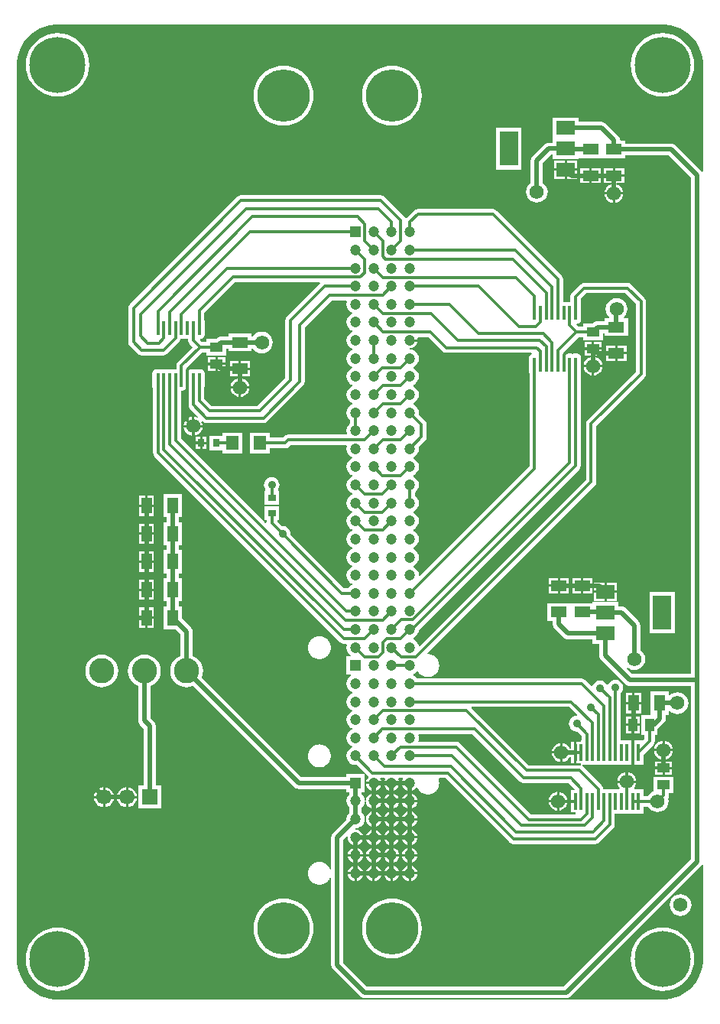
<source format=gtl>
G04 Layer_Physical_Order=1*
G04 Layer_Color=255*
%FSLAX25Y25*%
%MOIN*%
G70*
G01*
G75*
%ADD10R,0.02756X0.03347*%
%ADD11R,0.05512X0.05906*%
%ADD12R,0.06890X0.04528*%
%ADD13R,0.07874X0.14961*%
%ADD14R,0.07874X0.05906*%
G04:AMPARAMS|DCode=15|XSize=61.81mil|YSize=16.14mil|CornerRadius=2.02mil|HoleSize=0mil|Usage=FLASHONLY|Rotation=270.000|XOffset=0mil|YOffset=0mil|HoleType=Round|Shape=RoundedRectangle|*
%AMROUNDEDRECTD15*
21,1,0.06181,0.01211,0,0,270.0*
21,1,0.05778,0.01614,0,0,270.0*
1,1,0.00404,-0.00605,-0.02889*
1,1,0.00404,-0.00605,0.02889*
1,1,0.00404,0.00605,0.02889*
1,1,0.00404,0.00605,-0.02889*
%
%ADD15ROUNDEDRECTD15*%
%ADD16R,0.05512X0.03937*%
%ADD17R,0.03347X0.02756*%
%ADD18R,0.01600X0.07500*%
%ADD19R,0.04528X0.06890*%
%ADD20R,0.03937X0.05512*%
%ADD21C,0.01200*%
%ADD22C,0.01400*%
%ADD23C,0.02000*%
%ADD24C,0.11024*%
%ADD25C,0.06693*%
%ADD26R,0.06693X0.06693*%
%ADD27C,0.04724*%
%ADD28R,0.04724X0.04724*%
%ADD29C,0.06200*%
%ADD30C,0.24410*%
%ADD31C,0.03600*%
%ADD32C,0.22835*%
G36*
X365655Y426793D02*
X367889Y426194D01*
X370026Y425309D01*
X372029Y424152D01*
X373864Y422744D01*
X375500Y421108D01*
X376908Y419273D01*
X378065Y417270D01*
X378950Y415133D01*
X379549Y412899D01*
X379851Y410605D01*
Y409449D01*
Y363038D01*
X379351Y362868D01*
X379054Y363254D01*
X379054Y363254D01*
X367837Y374472D01*
X367294Y374888D01*
X366661Y375150D01*
X365983Y375240D01*
X365983Y375240D01*
X346098D01*
Y376481D01*
X344136D01*
X343675Y376608D01*
X343586Y377286D01*
X343324Y377919D01*
X342907Y378462D01*
X342907Y378462D01*
X337547Y383822D01*
X337004Y384239D01*
X336372Y384501D01*
X335693Y384590D01*
X335693Y384590D01*
X325509D01*
Y386521D01*
X314435D01*
Y377415D01*
Y375535D01*
X312613D01*
X312613Y375535D01*
X311934Y375446D01*
X311301Y375184D01*
X310758Y374767D01*
X310758Y374767D01*
X305546Y369554D01*
X305129Y369011D01*
X304867Y368379D01*
X304778Y367700D01*
X304778Y367700D01*
Y358112D01*
X304048Y357552D01*
X303294Y356570D01*
X302821Y355427D01*
X302659Y354200D01*
X302821Y352973D01*
X303294Y351830D01*
X304048Y350848D01*
X305030Y350095D01*
X306173Y349621D01*
X307400Y349459D01*
X308627Y349621D01*
X309770Y350095D01*
X310752Y350848D01*
X311506Y351830D01*
X311979Y352973D01*
X312141Y354200D01*
X311979Y355427D01*
X311506Y356570D01*
X310752Y357552D01*
X310022Y358112D01*
Y366614D01*
X313699Y370290D01*
X314435D01*
Y368360D01*
X325509D01*
Y368360D01*
X325755Y368754D01*
X335845D01*
Y368754D01*
X336008Y368754D01*
Y368754D01*
X346098D01*
Y369995D01*
X364896D01*
X374578Y360314D01*
Y144022D01*
X348986D01*
X346733Y146276D01*
X347063Y146652D01*
X347530Y146295D01*
X348673Y145821D01*
X349900Y145659D01*
X351127Y145821D01*
X352270Y146295D01*
X353252Y147048D01*
X354006Y148030D01*
X354479Y149173D01*
X354641Y150400D01*
X354479Y151627D01*
X354006Y152770D01*
X353252Y153752D01*
X352522Y154312D01*
Y165200D01*
X352433Y165879D01*
X352171Y166511D01*
X351754Y167054D01*
X351754Y167054D01*
X346206Y172602D01*
X345663Y173019D01*
X345031Y173281D01*
X344352Y173371D01*
X344352Y173371D01*
X342865D01*
Y175301D01*
X331791D01*
Y174907D01*
X322227D01*
Y174907D01*
X322063D01*
Y174907D01*
X311974D01*
Y167180D01*
X314396D01*
Y165582D01*
X314396Y165582D01*
X314485Y164903D01*
X314747Y164270D01*
X315164Y163727D01*
X319053Y159839D01*
X319053Y159839D01*
X319596Y159422D01*
X320228Y159160D01*
X320907Y159071D01*
X331791D01*
Y157140D01*
X334705D01*
Y151972D01*
X334705Y151972D01*
X334794Y151294D01*
X335056Y150661D01*
X335473Y150118D01*
X346046Y139546D01*
X346046Y139546D01*
X346589Y139129D01*
X347221Y138867D01*
X347900Y138777D01*
X347900Y138778D01*
X374578D01*
Y63326D01*
X319074Y7822D01*
X233386D01*
X223022Y18186D01*
Y71676D01*
X224492Y73145D01*
X224965Y72912D01*
X224955Y72835D01*
X225071Y71957D01*
X225410Y71139D01*
X225949Y70437D01*
X226651Y69898D01*
X227469Y69559D01*
X227847Y69509D01*
Y72835D01*
X228346D01*
Y73335D01*
X231672D01*
X231622Y73712D01*
X231283Y74530D01*
X230744Y75233D01*
X230042Y75771D01*
X229224Y76110D01*
X228414Y76217D01*
Y76721D01*
X229381Y76848D01*
X230345Y77248D01*
X231172Y77883D01*
X231807Y78710D01*
X232207Y79674D01*
X232289Y80295D01*
X232334Y80641D01*
X232838D01*
X232945Y79831D01*
X233284Y79013D01*
X233822Y78311D01*
X234525Y77772D01*
X235343Y77433D01*
X235720Y77383D01*
Y80709D01*
Y84034D01*
X235343Y83984D01*
X234525Y83645D01*
X233822Y83107D01*
X233284Y82404D01*
X232945Y81586D01*
X232838Y80777D01*
X232334D01*
X232289Y81122D01*
X232207Y81743D01*
X231807Y82707D01*
X231172Y83534D01*
X230969Y83691D01*
Y85601D01*
X231172Y85757D01*
X231807Y86584D01*
X232207Y87548D01*
X232289Y88169D01*
X232334Y88515D01*
X232838D01*
X232945Y87705D01*
X233284Y86887D01*
X233822Y86185D01*
X234525Y85646D01*
X235343Y85307D01*
X235720Y85257D01*
Y88583D01*
Y91908D01*
X235343Y91858D01*
X234525Y91519D01*
X233822Y90981D01*
X233284Y90278D01*
X232945Y89460D01*
X232838Y88651D01*
X232334D01*
X232289Y88996D01*
X232207Y89617D01*
X231807Y90581D01*
X231172Y91408D01*
X230969Y91565D01*
Y92494D01*
X232309D01*
Y100419D01*
X224384D01*
Y99079D01*
X204630D01*
X161271Y142437D01*
X161327Y142541D01*
X161733Y143881D01*
X161871Y145276D01*
X161733Y146670D01*
X161327Y148010D01*
X160666Y149246D01*
X159777Y150329D01*
X158695Y151217D01*
X157459Y151878D01*
X157347Y151912D01*
Y162385D01*
X157347Y162385D01*
X157257Y163064D01*
X156995Y163697D01*
X156579Y164240D01*
X156579Y164240D01*
X152470Y168349D01*
Y173549D01*
X151228D01*
Y175664D01*
X152470D01*
Y185754D01*
X151228D01*
Y187868D01*
X152470D01*
Y197958D01*
X151228D01*
Y200073D01*
X152470D01*
Y210163D01*
X151228D01*
Y212278D01*
X152470D01*
Y222368D01*
X144742D01*
Y212278D01*
X145983D01*
Y210163D01*
X144742D01*
Y200073D01*
X145983D01*
Y197958D01*
X144742D01*
Y187868D01*
X145983D01*
Y185754D01*
X144742D01*
Y175664D01*
X145983D01*
Y173549D01*
X144742D01*
Y163459D01*
X149942D01*
X152102Y161299D01*
Y151912D01*
X151990Y151878D01*
X150754Y151217D01*
X149671Y150329D01*
X148783Y149246D01*
X148122Y148010D01*
X147715Y146670D01*
X147578Y145276D01*
X147715Y143881D01*
X148122Y142541D01*
X148783Y141305D01*
X149671Y140223D01*
X150754Y139334D01*
X151990Y138673D01*
X153330Y138267D01*
X154724Y138129D01*
X156119Y138267D01*
X157459Y138673D01*
X157563Y138729D01*
X201689Y94602D01*
X201689Y94602D01*
X202232Y94186D01*
X202865Y93924D01*
X203543Y93834D01*
X224384D01*
Y92494D01*
X225724D01*
Y91565D01*
X225521Y91408D01*
X224886Y90581D01*
X224486Y89617D01*
X224350Y88583D01*
X224486Y87548D01*
X224886Y86584D01*
X225521Y85757D01*
X225724Y85601D01*
Y83691D01*
X225521Y83534D01*
X224886Y82707D01*
X224486Y81743D01*
X224350Y80709D01*
X224383Y80454D01*
X218546Y74616D01*
X218129Y74073D01*
X217867Y73441D01*
X217778Y72762D01*
X217778Y72762D01*
Y58934D01*
X217278Y58835D01*
X217099Y59266D01*
X216987Y59433D01*
X216911Y59618D01*
X216587Y60102D01*
X216445Y60244D01*
X216334Y60411D01*
X215923Y60822D01*
X215756Y60934D01*
X215614Y61076D01*
X215130Y61399D01*
X214944Y61476D01*
X214777Y61587D01*
X214240Y61810D01*
X214043Y61849D01*
X213858Y61926D01*
X213287Y62039D01*
X213086Y62039D01*
X212889Y62078D01*
X212308D01*
X212111Y62039D01*
X211910Y62039D01*
X211339Y61926D01*
X211154Y61849D01*
X210957Y61810D01*
X210419Y61587D01*
X210252Y61476D01*
X210067Y61399D01*
X209583Y61076D01*
X209441Y60934D01*
X209274Y60822D01*
X208863Y60411D01*
X208751Y60244D01*
X208609Y60102D01*
X208286Y59618D01*
X208209Y59433D01*
X208098Y59266D01*
X207875Y58728D01*
X207836Y58531D01*
X207759Y58346D01*
X207646Y57775D01*
Y57574D01*
X207607Y57377D01*
Y56796D01*
X207646Y56599D01*
Y56398D01*
X207759Y55827D01*
X207836Y55642D01*
X207875Y55445D01*
X208098Y54908D01*
X208209Y54741D01*
X208286Y54555D01*
X208609Y54071D01*
X208751Y53929D01*
X208863Y53762D01*
X209274Y53351D01*
X209441Y53240D01*
X209583Y53097D01*
X210067Y52774D01*
X210252Y52697D01*
X210419Y52586D01*
X210957Y52363D01*
X211154Y52324D01*
X211339Y52247D01*
X211910Y52134D01*
X212111D01*
X212308Y52095D01*
X212889D01*
X213086Y52134D01*
X213287D01*
X213858Y52247D01*
X214043Y52324D01*
X214240Y52363D01*
X214777Y52586D01*
X214944Y52697D01*
X215130Y52774D01*
X215614Y53097D01*
X215756Y53240D01*
X215923Y53351D01*
X216334Y53762D01*
X216445Y53929D01*
X216587Y54071D01*
X216911Y54555D01*
X216987Y54741D01*
X217099Y54908D01*
X217278Y55339D01*
X217778Y55239D01*
Y17100D01*
X217778Y17100D01*
X217867Y16421D01*
X218129Y15789D01*
X218546Y15246D01*
X230446Y3346D01*
X230446Y3346D01*
X230989Y2929D01*
X231621Y2667D01*
X232300Y2578D01*
X232300Y2578D01*
X320161D01*
X320161Y2578D01*
X320839Y2667D01*
X321472Y2929D01*
X322015Y3346D01*
X379054Y60385D01*
X379054Y60385D01*
X379351Y60771D01*
X379851Y60601D01*
Y19685D01*
Y18528D01*
X379549Y16235D01*
X378950Y14001D01*
X378065Y11864D01*
X376908Y9860D01*
X375500Y8025D01*
X373864Y6390D01*
X372029Y4981D01*
X370026Y3825D01*
X367889Y2940D01*
X365655Y2341D01*
X363361Y2039D01*
X97269D01*
X94975Y2341D01*
X92741Y2940D01*
X90604Y3825D01*
X88601Y4981D01*
X86765Y6390D01*
X85130Y8025D01*
X83722Y9860D01*
X82565Y11864D01*
X81680Y14001D01*
X81081Y16235D01*
X80779Y18528D01*
Y19685D01*
Y409449D01*
Y410605D01*
X81081Y412899D01*
X81680Y415133D01*
X82565Y417270D01*
X83722Y419273D01*
X85130Y421108D01*
X86765Y422744D01*
X88601Y424152D01*
X90604Y425309D01*
X92741Y426194D01*
X94975Y426793D01*
X97269Y427095D01*
X363361D01*
X365655Y426793D01*
D02*
G37*
%LPC*%
G36*
X362205Y423296D02*
X360038Y423126D01*
X357926Y422618D01*
X355918Y421787D01*
X354065Y420652D01*
X352413Y419240D01*
X351002Y417588D01*
X349867Y415735D01*
X349035Y413728D01*
X348528Y411615D01*
X348357Y409449D01*
X348528Y407283D01*
X349035Y405170D01*
X349867Y403162D01*
X351002Y401309D01*
X352413Y399657D01*
X354065Y398246D01*
X355918Y397111D01*
X357926Y396279D01*
X360038Y395772D01*
X362205Y395601D01*
X364371Y395772D01*
X366484Y396279D01*
X368491Y397111D01*
X370344Y398246D01*
X371996Y399657D01*
X373408Y401309D01*
X374543Y403162D01*
X375374Y405170D01*
X375882Y407283D01*
X376052Y409449D01*
X375882Y411615D01*
X375374Y413728D01*
X374543Y415735D01*
X373408Y417588D01*
X371996Y419240D01*
X370344Y420652D01*
X368491Y421787D01*
X366484Y422618D01*
X364371Y423126D01*
X362205Y423296D01*
D02*
G37*
G36*
X98425D02*
X96259Y423126D01*
X94146Y422618D01*
X92139Y421787D01*
X90286Y420652D01*
X88634Y419240D01*
X87222Y417588D01*
X86087Y415735D01*
X85255Y413728D01*
X84748Y411615D01*
X84578Y409449D01*
X84748Y407283D01*
X85255Y405170D01*
X86087Y403162D01*
X87222Y401309D01*
X88634Y399657D01*
X90286Y398246D01*
X92139Y397111D01*
X94146Y396279D01*
X96259Y395772D01*
X98425Y395601D01*
X100591Y395772D01*
X102704Y396279D01*
X104712Y397111D01*
X106564Y398246D01*
X108217Y399657D01*
X109628Y401309D01*
X110763Y403162D01*
X111595Y405170D01*
X112102Y407283D01*
X112273Y409449D01*
X112102Y411615D01*
X111595Y413728D01*
X110763Y415735D01*
X109628Y417588D01*
X108217Y419240D01*
X106564Y420652D01*
X104712Y421787D01*
X102704Y422618D01*
X100591Y423126D01*
X98425Y423296D01*
D02*
G37*
G36*
X244193Y409071D02*
X242150Y408911D01*
X240158Y408432D01*
X238265Y407648D01*
X236518Y406578D01*
X234960Y405247D01*
X233629Y403689D01*
X232558Y401942D01*
X231774Y400049D01*
X231296Y398056D01*
X231135Y396014D01*
X231296Y393971D01*
X231774Y391979D01*
X232558Y390086D01*
X233629Y388339D01*
X234960Y386781D01*
X236518Y385450D01*
X238265Y384379D01*
X240158Y383595D01*
X242150Y383117D01*
X244193Y382956D01*
X246236Y383117D01*
X248228Y383595D01*
X250121Y384379D01*
X251868Y385450D01*
X253426Y386781D01*
X254757Y388339D01*
X255827Y390086D01*
X256611Y391979D01*
X257090Y393971D01*
X257250Y396014D01*
X257090Y398056D01*
X256611Y400049D01*
X255827Y401942D01*
X254757Y403689D01*
X253426Y405247D01*
X251868Y406578D01*
X250121Y407648D01*
X248228Y408432D01*
X246236Y408911D01*
X244193Y409071D01*
D02*
G37*
G36*
X196949D02*
X194906Y408911D01*
X192914Y408432D01*
X191021Y407648D01*
X189274Y406578D01*
X187716Y405247D01*
X186385Y403689D01*
X185314Y401942D01*
X184530Y400049D01*
X184052Y398056D01*
X183891Y396014D01*
X184052Y393971D01*
X184530Y391979D01*
X185314Y390086D01*
X186385Y388339D01*
X187716Y386781D01*
X189274Y385450D01*
X191021Y384379D01*
X192914Y383595D01*
X194906Y383117D01*
X196949Y382956D01*
X198992Y383117D01*
X200984Y383595D01*
X202877Y384379D01*
X204624Y385450D01*
X206182Y386781D01*
X207513Y388339D01*
X208583Y390086D01*
X209367Y391979D01*
X209846Y393971D01*
X210006Y396014D01*
X209846Y398056D01*
X209367Y400049D01*
X208583Y401942D01*
X207513Y403689D01*
X206182Y405247D01*
X204624Y406578D01*
X202877Y407648D01*
X200984Y408432D01*
X198992Y408911D01*
X196949Y409071D01*
D02*
G37*
G36*
X324909Y367810D02*
X320472D01*
Y364357D01*
X324909D01*
Y367810D01*
D02*
G37*
G36*
X319472D02*
X315035D01*
Y364357D01*
X319472D01*
Y367810D01*
D02*
G37*
G36*
X300706Y381993D02*
X289632D01*
Y363832D01*
X300706D01*
Y381993D01*
D02*
G37*
G36*
X335245Y364464D02*
X331300D01*
Y361700D01*
X335245D01*
Y364464D01*
D02*
G37*
G36*
X330300D02*
X326355D01*
Y361700D01*
X330300D01*
Y364464D01*
D02*
G37*
G36*
X345498Y364464D02*
X341553D01*
Y361700D01*
X345498D01*
Y364464D01*
D02*
G37*
G36*
X340553D02*
X336608D01*
Y361700D01*
X340553D01*
Y364464D01*
D02*
G37*
G36*
X324909Y363357D02*
X320472D01*
Y359905D01*
X324909D01*
Y363357D01*
D02*
G37*
G36*
X319472D02*
X315035D01*
Y359905D01*
X319472D01*
Y363357D01*
D02*
G37*
G36*
X335245Y360700D02*
X331300D01*
Y357936D01*
X335245D01*
Y360700D01*
D02*
G37*
G36*
X330300D02*
X326355D01*
Y357936D01*
X330300D01*
Y360700D01*
D02*
G37*
G36*
X345498Y360700D02*
X336608D01*
Y357936D01*
X339916D01*
X339983Y357441D01*
X338985Y357028D01*
X338129Y356371D01*
X337472Y355515D01*
X337058Y354517D01*
X336983Y353947D01*
X345123D01*
X345047Y354517D01*
X344634Y355515D01*
X343977Y356371D01*
X343121Y357028D01*
X342123Y357441D01*
X342190Y357936D01*
X345498D01*
Y360700D01*
D02*
G37*
G36*
X345123Y352947D02*
X341553D01*
Y349377D01*
X342123Y349453D01*
X343121Y349866D01*
X343977Y350523D01*
X344634Y351379D01*
X345047Y352377D01*
X345123Y352947D01*
D02*
G37*
G36*
X340553D02*
X336983D01*
X337058Y352377D01*
X337472Y351379D01*
X338129Y350523D01*
X338985Y349866D01*
X339983Y349453D01*
X340553Y349377D01*
Y352947D01*
D02*
G37*
G36*
X239370Y352637D02*
X178347D01*
X177488Y352466D01*
X176760Y351980D01*
X129910Y305129D01*
X129424Y304402D01*
X129253Y303543D01*
Y288583D01*
X129424Y287724D01*
X129910Y286997D01*
X133453Y283453D01*
X134181Y282967D01*
X135039Y282796D01*
X144488D01*
X145347Y282967D01*
X146074Y283453D01*
X151488Y288867D01*
X151974Y289594D01*
X152062Y290038D01*
X153066D01*
X153740Y290172D01*
X154414Y290038D01*
X155336D01*
Y289370D01*
X155506Y288512D01*
X155993Y287784D01*
X157359Y286417D01*
X150874Y279932D01*
X150388Y279205D01*
X150217Y278346D01*
Y276891D01*
X149296D01*
X148622Y276757D01*
X147948Y276891D01*
X146737D01*
X146063Y276757D01*
X145389Y276891D01*
X144178D01*
X143504Y276757D01*
X142830Y276891D01*
X141619D01*
X140916Y276751D01*
X140320Y276353D01*
X139922Y275757D01*
X139782Y275054D01*
Y269277D01*
X139922Y268574D01*
X139981Y268485D01*
Y240453D01*
X140152Y239594D01*
X140638Y238867D01*
X221642Y157863D01*
X222370Y157377D01*
X223228Y157206D01*
X224309D01*
X224586Y156790D01*
X224486Y156548D01*
X224350Y155514D01*
X224486Y154479D01*
X224886Y153516D01*
X225521Y152688D01*
X226286Y152101D01*
X226269Y151876D01*
X226147Y151601D01*
X224384D01*
Y143677D01*
X226146D01*
X226267Y143408D01*
X226284Y143177D01*
X225521Y142591D01*
X224886Y141763D01*
X224486Y140799D01*
X224350Y139765D01*
X224486Y138730D01*
X224886Y137767D01*
X225521Y136939D01*
X226348Y136304D01*
X226844Y136098D01*
Y135557D01*
X226348Y135352D01*
X225521Y134717D01*
X224886Y133889D01*
X224486Y132925D01*
X224350Y131891D01*
X224486Y130856D01*
X224886Y129893D01*
X225521Y129065D01*
X226348Y128430D01*
X226844Y128224D01*
Y127683D01*
X226348Y127478D01*
X225521Y126843D01*
X224886Y126015D01*
X224486Y125051D01*
X224350Y124017D01*
X224486Y122982D01*
X224886Y122019D01*
X225521Y121191D01*
X226348Y120556D01*
X226844Y120350D01*
Y119809D01*
X226348Y119604D01*
X225521Y118969D01*
X224886Y118141D01*
X224486Y117177D01*
X224350Y116143D01*
X224486Y115108D01*
X224886Y114145D01*
X225521Y113317D01*
X226348Y112682D01*
X226844Y112476D01*
Y111935D01*
X226348Y111730D01*
X225521Y111095D01*
X224886Y110267D01*
X224486Y109303D01*
X224350Y108269D01*
X224486Y107234D01*
X224886Y106271D01*
X225521Y105443D01*
X226348Y104808D01*
X227312Y104409D01*
X228346Y104272D01*
X229075Y104368D01*
X233899Y99544D01*
X233895Y98911D01*
X233822Y98855D01*
X233284Y98152D01*
X232945Y97334D01*
X232895Y96957D01*
X239546D01*
X239496Y97334D01*
X239157Y98152D01*
X239114Y98208D01*
X239335Y98657D01*
X240980D01*
X241201Y98208D01*
X241158Y98152D01*
X240819Y97334D01*
X240769Y96957D01*
X247420D01*
X247370Y97334D01*
X247031Y98152D01*
X246988Y98208D01*
X247209Y98657D01*
X248854D01*
X249075Y98208D01*
X249032Y98152D01*
X248693Y97334D01*
X248643Y96957D01*
X251969D01*
Y96457D01*
X252468D01*
Y93131D01*
X252846Y93181D01*
X253664Y93520D01*
X254366Y94059D01*
X254707Y94503D01*
X255280Y94428D01*
X255342Y94278D01*
X255453Y94111D01*
X255530Y93925D01*
X255854Y93441D01*
X255995Y93300D01*
X256107Y93133D01*
X256518Y92721D01*
X256685Y92610D01*
X256827Y92468D01*
X257311Y92144D01*
X257497Y92068D01*
X257663Y91956D01*
X258201Y91733D01*
X258398Y91694D01*
X258583Y91617D01*
X259154Y91504D01*
X259355D01*
X259552Y91465D01*
X260133D01*
X260330Y91504D01*
X260531D01*
X261102Y91617D01*
X261287Y91694D01*
X261484Y91733D01*
X262021Y91956D01*
X262189Y92068D01*
X262374Y92144D01*
X262858Y92468D01*
X263000Y92610D01*
X263167Y92721D01*
X263578Y93133D01*
X263690Y93300D01*
X263832Y93441D01*
X264155Y93925D01*
X264232Y94111D01*
X264343Y94278D01*
X264566Y94815D01*
X264605Y95012D01*
X264682Y95197D01*
X264795Y95768D01*
X264795Y95969D01*
X264834Y96166D01*
Y96747D01*
X264795Y96944D01*
X264795Y97145D01*
X264682Y97716D01*
X264605Y97901D01*
X264566Y98098D01*
X264542Y98157D01*
X264876Y98657D01*
X267571D01*
X295714Y70514D01*
X296442Y70028D01*
X297300Y69857D01*
X332900D01*
X333758Y70028D01*
X334486Y70514D01*
X340783Y76811D01*
X341270Y77539D01*
X341440Y78397D01*
Y83171D01*
X346597D01*
Y83171D01*
X346797D01*
Y83171D01*
X354097D01*
Y86176D01*
X356005D01*
X356015Y86150D01*
X356769Y85169D01*
X357751Y84415D01*
X358894Y83942D01*
X360121Y83780D01*
X361348Y83942D01*
X362491Y84415D01*
X363473Y85169D01*
X364226Y86150D01*
X364700Y87294D01*
X364861Y88521D01*
X364700Y89748D01*
X364647Y89875D01*
X364867Y90203D01*
X365045Y91100D01*
X365045Y91100D01*
Y92090D01*
X367056D01*
Y99227D01*
X358344D01*
Y92872D01*
X357751Y92626D01*
X356769Y91873D01*
X356015Y90891D01*
X356005Y90866D01*
X354097D01*
Y93871D01*
X350097D01*
X349851Y94371D01*
X350281Y94932D01*
X350694Y95930D01*
X350769Y96500D01*
X342631D01*
X342705Y95930D01*
X343119Y94932D01*
X343549Y94371D01*
X343303Y93871D01*
X336440D01*
Y93903D01*
X336270Y94761D01*
X335783Y95489D01*
X327686Y103586D01*
X327110Y103971D01*
X327262Y104471D01*
X349097D01*
Y104471D01*
X349297D01*
Y104471D01*
X354097D01*
Y108904D01*
X358200Y113007D01*
X358708Y113768D01*
X358887Y114665D01*
Y117444D01*
X360110D01*
Y120001D01*
X362825Y122716D01*
X362825Y122717D01*
X363242Y123260D01*
X363504Y123892D01*
X363593Y124571D01*
Y126221D01*
X364835D01*
Y127846D01*
X365335Y128016D01*
X365413Y127913D01*
X366395Y127160D01*
X367539Y126687D01*
X368766Y126525D01*
X369992Y126687D01*
X371136Y127160D01*
X372118Y127913D01*
X372871Y128895D01*
X373345Y130039D01*
X373506Y131266D01*
X373345Y132492D01*
X372871Y133636D01*
X372118Y134618D01*
X371136Y135371D01*
X369992Y135845D01*
X368766Y136006D01*
X367539Y135845D01*
X366395Y135371D01*
X365413Y134618D01*
X365335Y134515D01*
X364835Y134685D01*
Y136310D01*
X357107D01*
Y126221D01*
X356634Y126156D01*
X352973D01*
Y117444D01*
X354197D01*
Y115637D01*
X353731Y115171D01*
X349297D01*
Y115171D01*
X349097D01*
Y115171D01*
X343943D01*
Y135536D01*
X344125Y135675D01*
X344670Y136385D01*
X345012Y137212D01*
X345129Y138100D01*
X345012Y138988D01*
X344670Y139815D01*
X344125Y140525D01*
X343415Y141070D01*
X342588Y141412D01*
X341700Y141529D01*
X340812Y141412D01*
X339985Y141070D01*
X339275Y140525D01*
X338730Y139815D01*
X338559Y139400D01*
X338017D01*
X337970Y139515D01*
X337425Y140225D01*
X336715Y140770D01*
X335888Y141112D01*
X335000Y141229D01*
X334112Y141112D01*
X333285Y140770D01*
X332575Y140225D01*
X332030Y139515D01*
X331747Y138832D01*
X331226Y138647D01*
X328521Y141351D01*
X327794Y141837D01*
X326935Y142008D01*
X255242D01*
X254794Y142591D01*
X253967Y143226D01*
X253471Y143431D01*
Y143972D01*
X253967Y144178D01*
X254794Y144813D01*
X254997Y145076D01*
X255007Y145081D01*
X255279Y145095D01*
X255586Y145024D01*
X255854Y144624D01*
X255995Y144482D01*
X256107Y144315D01*
X256518Y143903D01*
X256685Y143792D01*
X256827Y143650D01*
X257311Y143326D01*
X257497Y143250D01*
X257663Y143138D01*
X258201Y142915D01*
X258398Y142876D01*
X258583Y142799D01*
X259154Y142686D01*
X259355D01*
X259552Y142647D01*
X260133D01*
X260330Y142686D01*
X260531D01*
X261102Y142799D01*
X261287Y142876D01*
X261484Y142915D01*
X262021Y143138D01*
X262189Y143250D01*
X262374Y143326D01*
X262858Y143650D01*
X263000Y143792D01*
X263167Y143903D01*
X263578Y144315D01*
X263690Y144482D01*
X263832Y144624D01*
X264155Y145107D01*
X264232Y145293D01*
X264343Y145460D01*
X264566Y145997D01*
X264605Y146194D01*
X264682Y146380D01*
X264795Y146950D01*
X264795Y147151D01*
X264834Y147348D01*
Y147930D01*
X264795Y148127D01*
X264795Y148327D01*
X264682Y148898D01*
X264605Y149083D01*
X264566Y149280D01*
X264343Y149818D01*
X264232Y149985D01*
X264155Y150170D01*
X263832Y150654D01*
X263690Y150796D01*
X263578Y150963D01*
X263167Y151374D01*
X263000Y151486D01*
X262858Y151628D01*
X262374Y151951D01*
X262189Y152028D01*
X262021Y152139D01*
X261484Y152362D01*
X261287Y152401D01*
X261102Y152478D01*
X260531Y152592D01*
X260330Y152592D01*
X260133Y152631D01*
X259910D01*
X259703Y153131D01*
X332686Y226114D01*
X333172Y226842D01*
X333343Y227700D01*
Y252171D01*
X354386Y273214D01*
X354872Y273942D01*
X355043Y274800D01*
Y306300D01*
X354872Y307158D01*
X354386Y307886D01*
X348486Y313786D01*
X347758Y314272D01*
X346900Y314443D01*
X328100D01*
X327242Y314272D01*
X326514Y313786D01*
X322725Y309997D01*
X322239Y309269D01*
X322068Y308411D01*
Y306183D01*
X321147D01*
X320472Y306048D01*
X319798Y306183D01*
X318877D01*
Y316043D01*
X318706Y316902D01*
X318220Y317629D01*
X289775Y346074D01*
X289047Y346561D01*
X288189Y346731D01*
X255512D01*
X254653Y346561D01*
X253926Y346074D01*
X250572Y342721D01*
X250518Y342706D01*
X250015Y342768D01*
X249962Y342802D01*
X249618Y343318D01*
X240956Y351980D01*
X240229Y352466D01*
X239370Y352637D01*
D02*
G37*
G36*
X140452Y221768D02*
X137688D01*
Y217823D01*
X140452D01*
Y221768D01*
D02*
G37*
G36*
X136688D02*
X133925D01*
Y217823D01*
X136688D01*
Y221768D01*
D02*
G37*
G36*
X140452Y216823D02*
X137688D01*
Y212878D01*
X140452D01*
Y216823D01*
D02*
G37*
G36*
X136688D02*
X133925D01*
Y212878D01*
X136688D01*
Y216823D01*
D02*
G37*
G36*
X140452Y209563D02*
X137688D01*
Y205618D01*
X140452D01*
Y209563D01*
D02*
G37*
G36*
X136688D02*
X133925D01*
Y205618D01*
X136688D01*
Y209563D01*
D02*
G37*
G36*
X140452Y204618D02*
X137688D01*
Y200673D01*
X140452D01*
Y204618D01*
D02*
G37*
G36*
X136688D02*
X133925D01*
Y200673D01*
X136688D01*
Y204618D01*
D02*
G37*
G36*
X140452Y197358D02*
X137688D01*
Y193413D01*
X140452D01*
Y197358D01*
D02*
G37*
G36*
X136688D02*
X133925D01*
Y193413D01*
X136688D01*
Y197358D01*
D02*
G37*
G36*
X140452Y192413D02*
X137688D01*
Y188469D01*
X140452D01*
Y192413D01*
D02*
G37*
G36*
X136688D02*
X133925D01*
Y188469D01*
X136688D01*
Y192413D01*
D02*
G37*
G36*
X331716Y185724D02*
X327771D01*
Y182961D01*
X331716D01*
Y185724D01*
D02*
G37*
G36*
X321463D02*
X317518D01*
Y182961D01*
X321463D01*
Y185724D01*
D02*
G37*
G36*
X326771D02*
X322827D01*
Y182961D01*
X326771D01*
Y185724D01*
D02*
G37*
G36*
X316518D02*
X312574D01*
Y182961D01*
X316518D01*
Y185724D01*
D02*
G37*
G36*
X140452Y185153D02*
X137688D01*
Y181209D01*
X140452D01*
Y185153D01*
D02*
G37*
G36*
X136688D02*
X133925D01*
Y181209D01*
X136688D01*
Y185153D01*
D02*
G37*
G36*
X342265Y183756D02*
X337828D01*
Y180303D01*
X342265D01*
Y183756D01*
D02*
G37*
G36*
X336828D02*
X332391D01*
Y180303D01*
X336828D01*
Y183756D01*
D02*
G37*
G36*
X331716Y181961D02*
X327771D01*
Y179197D01*
X331716D01*
Y181961D01*
D02*
G37*
G36*
X326771D02*
X322827D01*
Y179197D01*
X326771D01*
Y181961D01*
D02*
G37*
G36*
X321463D02*
X317518D01*
Y179197D01*
X321463D01*
Y181961D01*
D02*
G37*
G36*
X316518D02*
X312574D01*
Y179197D01*
X316518D01*
Y181961D01*
D02*
G37*
G36*
X140452Y180209D02*
X137688D01*
Y176264D01*
X140452D01*
Y180209D01*
D02*
G37*
G36*
X136688D02*
X133925D01*
Y176264D01*
X136688D01*
Y180209D01*
D02*
G37*
G36*
X342265Y179303D02*
X337828D01*
Y175850D01*
X342265D01*
Y179303D01*
D02*
G37*
G36*
X336828D02*
X332391D01*
Y175850D01*
X336828D01*
Y179303D01*
D02*
G37*
G36*
X140452Y172949D02*
X137688D01*
Y169004D01*
X140452D01*
Y172949D01*
D02*
G37*
G36*
X136688D02*
X133925D01*
Y169004D01*
X136688D01*
Y172949D01*
D02*
G37*
G36*
X140452Y168004D02*
X137688D01*
Y164059D01*
X140452D01*
Y168004D01*
D02*
G37*
G36*
X136688D02*
X133925D01*
Y164059D01*
X136688D01*
Y168004D01*
D02*
G37*
G36*
X367668Y179828D02*
X356594D01*
Y161668D01*
X367668D01*
Y179828D01*
D02*
G37*
G36*
X212889Y160506D02*
X212308D01*
X212111Y160467D01*
X211910Y160467D01*
X211339Y160353D01*
X211154Y160276D01*
X210957Y160237D01*
X210419Y160014D01*
X210252Y159903D01*
X210067Y159826D01*
X209583Y159503D01*
X209441Y159361D01*
X209274Y159249D01*
X208863Y158838D01*
X208751Y158671D01*
X208609Y158529D01*
X208286Y158045D01*
X208209Y157860D01*
X208098Y157693D01*
X207875Y157155D01*
X207836Y156958D01*
X207759Y156773D01*
X207646Y156202D01*
Y156002D01*
X207607Y155805D01*
Y155223D01*
X207646Y155026D01*
Y154825D01*
X207759Y154255D01*
X207836Y154069D01*
X207875Y153872D01*
X208098Y153335D01*
X208209Y153168D01*
X208286Y152982D01*
X208609Y152499D01*
X208751Y152357D01*
X208863Y152190D01*
X209274Y151778D01*
X209441Y151667D01*
X209583Y151525D01*
X210067Y151202D01*
X210252Y151125D01*
X210419Y151013D01*
X210957Y150791D01*
X211154Y150751D01*
X211339Y150674D01*
X211910Y150561D01*
X212111D01*
X212308Y150522D01*
X212889D01*
X213086Y150561D01*
X213287D01*
X213858Y150674D01*
X214043Y150751D01*
X214240Y150791D01*
X214777Y151013D01*
X214944Y151125D01*
X215130Y151202D01*
X215614Y151525D01*
X215756Y151667D01*
X215923Y151778D01*
X216334Y152190D01*
X216445Y152357D01*
X216587Y152499D01*
X216911Y152982D01*
X216987Y153168D01*
X217099Y153335D01*
X217322Y153872D01*
X217361Y154069D01*
X217438Y154255D01*
X217551Y154825D01*
X217551Y155026D01*
X217590Y155223D01*
Y155805D01*
X217551Y156002D01*
X217551Y156202D01*
X217438Y156773D01*
X217361Y156958D01*
X217322Y157155D01*
X217099Y157693D01*
X216987Y157860D01*
X216911Y158045D01*
X216587Y158529D01*
X216445Y158671D01*
X216334Y158838D01*
X215923Y159249D01*
X215756Y159361D01*
X215614Y159503D01*
X215130Y159826D01*
X214944Y159903D01*
X214777Y160014D01*
X214240Y160237D01*
X214043Y160276D01*
X213858Y160353D01*
X213287Y160467D01*
X213086Y160467D01*
X212889Y160506D01*
D02*
G37*
G36*
X117717Y152422D02*
X116322Y152285D01*
X114982Y151878D01*
X113746Y151217D01*
X112663Y150329D01*
X111775Y149246D01*
X111114Y148010D01*
X110708Y146670D01*
X110570Y145276D01*
X110708Y143881D01*
X111114Y142541D01*
X111775Y141305D01*
X112663Y140223D01*
X113746Y139334D01*
X114982Y138673D01*
X116322Y138267D01*
X117717Y138129D01*
X119111Y138267D01*
X120451Y138673D01*
X121687Y139334D01*
X122770Y140223D01*
X123658Y141305D01*
X124319Y142541D01*
X124725Y143881D01*
X124863Y145276D01*
X124725Y146670D01*
X124319Y148010D01*
X123658Y149246D01*
X122770Y150329D01*
X121687Y151217D01*
X120451Y151878D01*
X119111Y152285D01*
X117717Y152422D01*
D02*
G37*
G36*
X352817Y135710D02*
X350054D01*
Y131766D01*
X352817D01*
Y135710D01*
D02*
G37*
G36*
X349054D02*
X346290D01*
Y131766D01*
X349054D01*
Y135710D01*
D02*
G37*
G36*
X352817Y130766D02*
X350054D01*
Y126821D01*
X352817D01*
Y130766D01*
D02*
G37*
G36*
X349054D02*
X346290D01*
Y126821D01*
X349054D01*
Y130766D01*
D02*
G37*
G36*
X352227Y125556D02*
X349758D01*
Y122300D01*
X352227D01*
Y125556D01*
D02*
G37*
G36*
X348758D02*
X346290D01*
Y122300D01*
X348758D01*
Y125556D01*
D02*
G37*
G36*
X352227Y121300D02*
X349758D01*
Y118044D01*
X352227D01*
Y121300D01*
D02*
G37*
G36*
X348758D02*
X346290D01*
Y118044D01*
X348758D01*
Y121300D01*
D02*
G37*
G36*
X363200Y114870D02*
Y111300D01*
X366770D01*
X366694Y111870D01*
X366281Y112868D01*
X365624Y113724D01*
X364768Y114381D01*
X363770Y114795D01*
X363200Y114870D01*
D02*
G37*
G36*
X362200D02*
X361630Y114795D01*
X360632Y114381D01*
X359776Y113724D01*
X359119Y112868D01*
X358705Y111870D01*
X358630Y111300D01*
X362200D01*
Y114870D01*
D02*
G37*
G36*
X366770Y110300D02*
X363200D01*
Y106730D01*
X363770Y106806D01*
X364768Y107219D01*
X365624Y107876D01*
X366281Y108732D01*
X366694Y109730D01*
X366770Y110300D01*
D02*
G37*
G36*
X362200D02*
X358630D01*
X358705Y109730D01*
X359119Y108732D01*
X359776Y107876D01*
X360632Y107219D01*
X361630Y106806D01*
X362200Y106730D01*
Y110300D01*
D02*
G37*
G36*
X366456Y105910D02*
X363200D01*
Y103442D01*
X366456D01*
Y105910D01*
D02*
G37*
G36*
X362200D02*
X358944D01*
Y103442D01*
X362200D01*
Y105910D01*
D02*
G37*
G36*
X212889Y113261D02*
X212308D01*
X212111Y113221D01*
X211910Y113221D01*
X211339Y113108D01*
X211154Y113031D01*
X210957Y112992D01*
X210419Y112769D01*
X210252Y112658D01*
X210067Y112581D01*
X209583Y112258D01*
X209441Y112116D01*
X209274Y112004D01*
X208863Y111593D01*
X208751Y111426D01*
X208609Y111284D01*
X208286Y110800D01*
X208209Y110615D01*
X208098Y110448D01*
X207875Y109910D01*
X207836Y109713D01*
X207759Y109528D01*
X207646Y108957D01*
Y108756D01*
X207607Y108560D01*
Y107978D01*
X207646Y107781D01*
Y107580D01*
X207759Y107010D01*
X207836Y106824D01*
X207875Y106627D01*
X208098Y106090D01*
X208209Y105923D01*
X208286Y105737D01*
X208609Y105254D01*
X208751Y105112D01*
X208863Y104945D01*
X209274Y104533D01*
X209441Y104422D01*
X209583Y104280D01*
X210067Y103956D01*
X210252Y103880D01*
X210419Y103768D01*
X210957Y103545D01*
X211154Y103506D01*
X211339Y103429D01*
X211910Y103316D01*
X212111D01*
X212308Y103277D01*
X212889D01*
X213086Y103316D01*
X213287D01*
X213858Y103429D01*
X214043Y103506D01*
X214240Y103545D01*
X214777Y103768D01*
X214944Y103880D01*
X215130Y103956D01*
X215614Y104280D01*
X215756Y104422D01*
X215923Y104533D01*
X216334Y104945D01*
X216445Y105112D01*
X216587Y105254D01*
X216911Y105737D01*
X216987Y105923D01*
X217099Y106090D01*
X217322Y106627D01*
X217361Y106824D01*
X217438Y107009D01*
X217551Y107580D01*
X217551Y107781D01*
X217590Y107978D01*
Y108560D01*
X217551Y108756D01*
X217551Y108957D01*
X217438Y109528D01*
X217361Y109713D01*
X217322Y109910D01*
X217099Y110448D01*
X216987Y110615D01*
X216911Y110800D01*
X216587Y111284D01*
X216445Y111426D01*
X216334Y111593D01*
X215923Y112004D01*
X215756Y112116D01*
X215614Y112258D01*
X215130Y112581D01*
X214944Y112658D01*
X214777Y112769D01*
X214240Y112992D01*
X214043Y113031D01*
X213858Y113108D01*
X213287Y113221D01*
X213086Y113221D01*
X212889Y113261D01*
D02*
G37*
G36*
X366456Y102442D02*
X363200D01*
Y99973D01*
X366456D01*
Y102442D01*
D02*
G37*
G36*
X362200D02*
X358944D01*
Y99973D01*
X362200D01*
Y102442D01*
D02*
G37*
G36*
X347200Y101070D02*
Y97500D01*
X350769D01*
X350694Y98070D01*
X350281Y99068D01*
X349624Y99924D01*
X348768Y100581D01*
X347770Y100995D01*
X347200Y101070D01*
D02*
G37*
G36*
X346200D02*
X345630Y100995D01*
X344632Y100581D01*
X343776Y99924D01*
X343119Y99068D01*
X342705Y98070D01*
X342631Y97500D01*
X346200D01*
Y101070D01*
D02*
G37*
G36*
X251468Y95957D02*
X248643D01*
X248693Y95579D01*
X249032Y94761D01*
X249571Y94059D01*
X250273Y93520D01*
X251091Y93181D01*
X251468Y93131D01*
Y95957D01*
D02*
G37*
G36*
X247420D02*
X244595D01*
Y93131D01*
X244972Y93181D01*
X245790Y93520D01*
X246492Y94059D01*
X247031Y94761D01*
X247370Y95579D01*
X247420Y95957D01*
D02*
G37*
G36*
X243595D02*
X240769D01*
X240819Y95579D01*
X241158Y94761D01*
X241697Y94059D01*
X242399Y93520D01*
X243217Y93181D01*
X243595Y93131D01*
Y95957D01*
D02*
G37*
G36*
X239546D02*
X236720D01*
Y93131D01*
X237098Y93181D01*
X237916Y93520D01*
X238618Y94059D01*
X239157Y94761D01*
X239496Y95579D01*
X239546Y95957D01*
D02*
G37*
G36*
X235720D02*
X232895D01*
X232945Y95579D01*
X233284Y94761D01*
X233822Y94059D01*
X234525Y93520D01*
X235343Y93181D01*
X235720Y93131D01*
Y95957D01*
D02*
G37*
G36*
X129139Y94618D02*
Y90800D01*
X132958D01*
X132874Y91435D01*
X132436Y92492D01*
X131739Y93400D01*
X130831Y94097D01*
X129774Y94535D01*
X129139Y94618D01*
D02*
G37*
G36*
X119140D02*
Y90800D01*
X122958D01*
X122874Y91435D01*
X122436Y92492D01*
X121739Y93400D01*
X120831Y94097D01*
X119774Y94535D01*
X119140Y94618D01*
D02*
G37*
G36*
X128139Y94618D02*
X127505Y94535D01*
X126447Y94097D01*
X125540Y93400D01*
X124843Y92492D01*
X124405Y91435D01*
X124321Y90800D01*
X128139D01*
Y94618D01*
D02*
G37*
G36*
X118140D02*
X117505Y94535D01*
X116447Y94097D01*
X115540Y93400D01*
X114843Y92492D01*
X114405Y91435D01*
X114321Y90800D01*
X118140D01*
Y94618D01*
D02*
G37*
G36*
X252468Y91908D02*
Y89083D01*
X255294D01*
X255244Y89460D01*
X254905Y90278D01*
X254366Y90981D01*
X253664Y91519D01*
X252846Y91858D01*
X252468Y91908D01*
D02*
G37*
G36*
X251468D02*
X251091Y91858D01*
X250273Y91519D01*
X249571Y90981D01*
X249032Y90278D01*
X248693Y89460D01*
X248643Y89083D01*
X251468D01*
Y91908D01*
D02*
G37*
G36*
X244595D02*
Y89083D01*
X247420D01*
X247370Y89460D01*
X247031Y90278D01*
X246492Y90981D01*
X245790Y91519D01*
X244972Y91858D01*
X244595Y91908D01*
D02*
G37*
G36*
X243595D02*
X243217Y91858D01*
X242399Y91519D01*
X241697Y90981D01*
X241158Y90278D01*
X240819Y89460D01*
X240769Y89083D01*
X243595D01*
Y91908D01*
D02*
G37*
G36*
X236720D02*
Y89083D01*
X239546D01*
X239496Y89460D01*
X239157Y90278D01*
X238618Y90981D01*
X237916Y91519D01*
X237098Y91858D01*
X236720Y91908D01*
D02*
G37*
G36*
X132958Y89800D02*
X129139D01*
Y85982D01*
X129774Y86065D01*
X130831Y86503D01*
X131739Y87200D01*
X132436Y88108D01*
X132874Y89165D01*
X132958Y89800D01*
D02*
G37*
G36*
X122958D02*
X119140D01*
Y85982D01*
X119774Y86065D01*
X120831Y86503D01*
X121739Y87200D01*
X122436Y88108D01*
X122874Y89165D01*
X122958Y89800D01*
D02*
G37*
G36*
X128139D02*
X124321D01*
X124405Y89165D01*
X124843Y88108D01*
X125540Y87200D01*
X126447Y86503D01*
X127505Y86065D01*
X128139Y85982D01*
Y89800D01*
D02*
G37*
G36*
X118140D02*
X114321D01*
X114405Y89165D01*
X114843Y88108D01*
X115540Y87200D01*
X116447Y86503D01*
X117505Y86065D01*
X118140Y85982D01*
Y89800D01*
D02*
G37*
G36*
X136221Y152422D02*
X134826Y152285D01*
X133486Y151878D01*
X132250Y151217D01*
X131167Y150329D01*
X130279Y149246D01*
X129618Y148010D01*
X129212Y146670D01*
X129074Y145276D01*
X129212Y143881D01*
X129618Y142541D01*
X130279Y141305D01*
X131167Y140223D01*
X132250Y139334D01*
X133486Y138673D01*
X133598Y138639D01*
Y123622D01*
X133598Y123622D01*
X133687Y122943D01*
X133949Y122311D01*
X134366Y121768D01*
X135941Y120193D01*
Y95246D01*
X133693D01*
Y85353D01*
X143586D01*
Y95246D01*
X141185D01*
Y121280D01*
X141096Y121958D01*
X140834Y122591D01*
X140417Y123134D01*
X140417Y123134D01*
X138843Y124708D01*
Y138639D01*
X138955Y138673D01*
X140191Y139334D01*
X141274Y140223D01*
X142162Y141305D01*
X142823Y142541D01*
X143229Y143881D01*
X143367Y145276D01*
X143229Y146670D01*
X142823Y148010D01*
X142162Y149246D01*
X141274Y150329D01*
X140191Y151217D01*
X138955Y151878D01*
X137615Y152285D01*
X136221Y152422D01*
D02*
G37*
G36*
X255294Y88083D02*
X252468D01*
Y85257D01*
X252846Y85307D01*
X253664Y85646D01*
X254366Y86185D01*
X254905Y86887D01*
X255244Y87705D01*
X255294Y88083D01*
D02*
G37*
G36*
X251468D02*
X248643D01*
X248693Y87705D01*
X249032Y86887D01*
X249571Y86185D01*
X250273Y85646D01*
X251091Y85307D01*
X251468Y85257D01*
Y88083D01*
D02*
G37*
G36*
X247420D02*
X244595D01*
Y85257D01*
X244972Y85307D01*
X245790Y85646D01*
X246492Y86185D01*
X247031Y86887D01*
X247370Y87705D01*
X247420Y88083D01*
D02*
G37*
G36*
X243595D02*
X240769D01*
X240819Y87705D01*
X241158Y86887D01*
X241697Y86185D01*
X242399Y85646D01*
X243217Y85307D01*
X243595Y85257D01*
Y88083D01*
D02*
G37*
G36*
X239546D02*
X236720D01*
Y85257D01*
X237098Y85307D01*
X237916Y85646D01*
X238618Y86185D01*
X239157Y86887D01*
X239496Y87705D01*
X239546Y88083D01*
D02*
G37*
G36*
X252468Y84034D02*
Y81209D01*
X255294D01*
X255244Y81586D01*
X254905Y82404D01*
X254366Y83107D01*
X253664Y83645D01*
X252846Y83984D01*
X252468Y84034D01*
D02*
G37*
G36*
X251468D02*
X251091Y83984D01*
X250273Y83645D01*
X249571Y83107D01*
X249032Y82404D01*
X248693Y81586D01*
X248643Y81209D01*
X251468D01*
Y84034D01*
D02*
G37*
G36*
X244595D02*
Y81209D01*
X247420D01*
X247370Y81586D01*
X247031Y82404D01*
X246492Y83107D01*
X245790Y83645D01*
X244972Y83984D01*
X244595Y84034D01*
D02*
G37*
G36*
X243595D02*
X243217Y83984D01*
X242399Y83645D01*
X241697Y83107D01*
X241158Y82404D01*
X240819Y81586D01*
X240769Y81209D01*
X243595D01*
Y84034D01*
D02*
G37*
G36*
X236720D02*
Y81209D01*
X239546D01*
X239496Y81586D01*
X239157Y82404D01*
X238618Y83107D01*
X237916Y83645D01*
X237098Y83984D01*
X236720Y84034D01*
D02*
G37*
G36*
X255294Y80209D02*
X252468D01*
Y77383D01*
X252846Y77433D01*
X253664Y77772D01*
X254366Y78311D01*
X254905Y79013D01*
X255244Y79831D01*
X255294Y80209D01*
D02*
G37*
G36*
X251468D02*
X248643D01*
X248693Y79831D01*
X249032Y79013D01*
X249571Y78311D01*
X250273Y77772D01*
X251091Y77433D01*
X251468Y77383D01*
Y80209D01*
D02*
G37*
G36*
X247420D02*
X244595D01*
Y77383D01*
X244972Y77433D01*
X245790Y77772D01*
X246492Y78311D01*
X247031Y79013D01*
X247370Y79831D01*
X247420Y80209D01*
D02*
G37*
G36*
X243595D02*
X240769D01*
X240819Y79831D01*
X241158Y79013D01*
X241697Y78311D01*
X242399Y77772D01*
X243217Y77433D01*
X243595Y77383D01*
Y80209D01*
D02*
G37*
G36*
X239546D02*
X236720D01*
Y77383D01*
X237098Y77433D01*
X237916Y77772D01*
X238618Y78311D01*
X239157Y79013D01*
X239496Y79831D01*
X239546Y80209D01*
D02*
G37*
G36*
X252468Y76160D02*
Y73335D01*
X255294D01*
X255244Y73712D01*
X254905Y74530D01*
X254366Y75233D01*
X253664Y75771D01*
X252846Y76110D01*
X252468Y76160D01*
D02*
G37*
G36*
X251468D02*
X251091Y76110D01*
X250273Y75771D01*
X249571Y75233D01*
X249032Y74530D01*
X248693Y73712D01*
X248643Y73335D01*
X251468D01*
Y76160D01*
D02*
G37*
G36*
X244595D02*
Y73335D01*
X247420D01*
X247370Y73712D01*
X247031Y74530D01*
X246492Y75233D01*
X245790Y75771D01*
X244972Y76110D01*
X244595Y76160D01*
D02*
G37*
G36*
X243595D02*
X243217Y76110D01*
X242399Y75771D01*
X241697Y75233D01*
X241158Y74530D01*
X240819Y73712D01*
X240769Y73335D01*
X243595D01*
Y76160D01*
D02*
G37*
G36*
X236720D02*
Y73335D01*
X239546D01*
X239496Y73712D01*
X239157Y74530D01*
X238618Y75233D01*
X237916Y75771D01*
X237098Y76110D01*
X236720Y76160D01*
D02*
G37*
G36*
X235720D02*
X235343Y76110D01*
X234525Y75771D01*
X233822Y75233D01*
X233284Y74530D01*
X232945Y73712D01*
X232895Y73335D01*
X235720D01*
Y76160D01*
D02*
G37*
G36*
X255294Y72335D02*
X252468D01*
Y69509D01*
X252846Y69559D01*
X253664Y69898D01*
X254366Y70437D01*
X254905Y71139D01*
X255244Y71957D01*
X255294Y72335D01*
D02*
G37*
G36*
X251468D02*
X248643D01*
X248693Y71957D01*
X249032Y71139D01*
X249571Y70437D01*
X250273Y69898D01*
X251091Y69559D01*
X251468Y69509D01*
Y72335D01*
D02*
G37*
G36*
X247420D02*
X244595D01*
Y69509D01*
X244972Y69559D01*
X245790Y69898D01*
X246492Y70437D01*
X247031Y71139D01*
X247370Y71957D01*
X247420Y72335D01*
D02*
G37*
G36*
X243595D02*
X240769D01*
X240819Y71957D01*
X241158Y71139D01*
X241697Y70437D01*
X242399Y69898D01*
X243217Y69559D01*
X243595Y69509D01*
Y72335D01*
D02*
G37*
G36*
X239546D02*
X236720D01*
Y69509D01*
X237098Y69559D01*
X237916Y69898D01*
X238618Y70437D01*
X239157Y71139D01*
X239496Y71957D01*
X239546Y72335D01*
D02*
G37*
G36*
X235720D02*
X232895D01*
X232945Y71957D01*
X233284Y71139D01*
X233822Y70437D01*
X234525Y69898D01*
X235343Y69559D01*
X235720Y69509D01*
Y72335D01*
D02*
G37*
G36*
X231672D02*
X228847D01*
Y69509D01*
X229224Y69559D01*
X230042Y69898D01*
X230744Y70437D01*
X231283Y71139D01*
X231622Y71957D01*
X231672Y72335D01*
D02*
G37*
G36*
X252468Y68286D02*
Y65461D01*
X255294D01*
X255244Y65838D01*
X254905Y66656D01*
X254366Y67358D01*
X253664Y67897D01*
X252846Y68236D01*
X252468Y68286D01*
D02*
G37*
G36*
X251468D02*
X251091Y68236D01*
X250273Y67897D01*
X249571Y67358D01*
X249032Y66656D01*
X248693Y65838D01*
X248643Y65461D01*
X251468D01*
Y68286D01*
D02*
G37*
G36*
X244595D02*
Y65461D01*
X247420D01*
X247370Y65838D01*
X247031Y66656D01*
X246492Y67358D01*
X245790Y67897D01*
X244972Y68236D01*
X244595Y68286D01*
D02*
G37*
G36*
X243595D02*
X243217Y68236D01*
X242399Y67897D01*
X241697Y67358D01*
X241158Y66656D01*
X240819Y65838D01*
X240769Y65461D01*
X243595D01*
Y68286D01*
D02*
G37*
G36*
X236720D02*
Y65461D01*
X239546D01*
X239496Y65838D01*
X239157Y66656D01*
X238618Y67358D01*
X237916Y67897D01*
X237098Y68236D01*
X236720Y68286D01*
D02*
G37*
G36*
X235720D02*
X235343Y68236D01*
X234525Y67897D01*
X233822Y67358D01*
X233284Y66656D01*
X232945Y65838D01*
X232895Y65461D01*
X235720D01*
Y68286D01*
D02*
G37*
G36*
X228847D02*
Y65461D01*
X231672D01*
X231622Y65838D01*
X231283Y66656D01*
X230744Y67358D01*
X230042Y67897D01*
X229224Y68236D01*
X228847Y68286D01*
D02*
G37*
G36*
X227847D02*
X227469Y68236D01*
X226651Y67897D01*
X225949Y67358D01*
X225410Y66656D01*
X225071Y65838D01*
X225021Y65461D01*
X227847D01*
Y68286D01*
D02*
G37*
G36*
X255294Y64461D02*
X252468D01*
Y61635D01*
X252846Y61685D01*
X253664Y62024D01*
X254366Y62563D01*
X254905Y63265D01*
X255244Y64083D01*
X255294Y64461D01*
D02*
G37*
G36*
X251468D02*
X248643D01*
X248693Y64083D01*
X249032Y63265D01*
X249571Y62563D01*
X250273Y62024D01*
X251091Y61685D01*
X251468Y61635D01*
Y64461D01*
D02*
G37*
G36*
X247420D02*
X244595D01*
Y61635D01*
X244972Y61685D01*
X245790Y62024D01*
X246492Y62563D01*
X247031Y63265D01*
X247370Y64083D01*
X247420Y64461D01*
D02*
G37*
G36*
X243595D02*
X240769D01*
X240819Y64083D01*
X241158Y63265D01*
X241697Y62563D01*
X242399Y62024D01*
X243217Y61685D01*
X243595Y61635D01*
Y64461D01*
D02*
G37*
G36*
X239546D02*
X236720D01*
Y61635D01*
X237098Y61685D01*
X237916Y62024D01*
X238618Y62563D01*
X239157Y63265D01*
X239496Y64083D01*
X239546Y64461D01*
D02*
G37*
G36*
X235720D02*
X232895D01*
X232945Y64083D01*
X233284Y63265D01*
X233822Y62563D01*
X234525Y62024D01*
X235343Y61685D01*
X235720Y61635D01*
Y64461D01*
D02*
G37*
G36*
X231672D02*
X228847D01*
Y61635D01*
X229224Y61685D01*
X230042Y62024D01*
X230744Y62563D01*
X231283Y63265D01*
X231622Y64083D01*
X231672Y64461D01*
D02*
G37*
G36*
X227847D02*
X225021D01*
X225071Y64083D01*
X225410Y63265D01*
X225949Y62563D01*
X226651Y62024D01*
X227469Y61685D01*
X227847Y61635D01*
Y64461D01*
D02*
G37*
G36*
X252468Y60412D02*
Y57587D01*
X255294D01*
X255244Y57964D01*
X254905Y58782D01*
X254366Y59484D01*
X253664Y60023D01*
X252846Y60362D01*
X252468Y60412D01*
D02*
G37*
G36*
X251468D02*
X251091Y60362D01*
X250273Y60023D01*
X249571Y59484D01*
X249032Y58782D01*
X248693Y57964D01*
X248643Y57587D01*
X251468D01*
Y60412D01*
D02*
G37*
G36*
X244595D02*
Y57587D01*
X247420D01*
X247370Y57964D01*
X247031Y58782D01*
X246492Y59484D01*
X245790Y60023D01*
X244972Y60362D01*
X244595Y60412D01*
D02*
G37*
G36*
X243595D02*
X243217Y60362D01*
X242399Y60023D01*
X241697Y59484D01*
X241158Y58782D01*
X240819Y57964D01*
X240769Y57587D01*
X243595D01*
Y60412D01*
D02*
G37*
G36*
X236720D02*
Y57587D01*
X239546D01*
X239496Y57964D01*
X239157Y58782D01*
X238618Y59484D01*
X237916Y60023D01*
X237098Y60362D01*
X236720Y60412D01*
D02*
G37*
G36*
X235720D02*
X235343Y60362D01*
X234525Y60023D01*
X233822Y59484D01*
X233284Y58782D01*
X232945Y57964D01*
X232895Y57587D01*
X235720D01*
Y60412D01*
D02*
G37*
G36*
X228847D02*
Y57587D01*
X231672D01*
X231622Y57964D01*
X231283Y58782D01*
X230744Y59484D01*
X230042Y60023D01*
X229224Y60362D01*
X228847Y60412D01*
D02*
G37*
G36*
X227847D02*
X227469Y60362D01*
X226651Y60023D01*
X225949Y59484D01*
X225410Y58782D01*
X225071Y57964D01*
X225021Y57587D01*
X227847D01*
Y60412D01*
D02*
G37*
G36*
X255294Y56587D02*
X252468D01*
Y53761D01*
X252846Y53811D01*
X253664Y54150D01*
X254366Y54689D01*
X254905Y55391D01*
X255244Y56209D01*
X255294Y56587D01*
D02*
G37*
G36*
X251468D02*
X248643D01*
X248693Y56209D01*
X249032Y55391D01*
X249571Y54689D01*
X250273Y54150D01*
X251091Y53811D01*
X251468Y53761D01*
Y56587D01*
D02*
G37*
G36*
X247420D02*
X244595D01*
Y53761D01*
X244972Y53811D01*
X245790Y54150D01*
X246492Y54689D01*
X247031Y55391D01*
X247370Y56209D01*
X247420Y56587D01*
D02*
G37*
G36*
X243595D02*
X240769D01*
X240819Y56209D01*
X241158Y55391D01*
X241697Y54689D01*
X242399Y54150D01*
X243217Y53811D01*
X243595Y53761D01*
Y56587D01*
D02*
G37*
G36*
X239546D02*
X236720D01*
Y53761D01*
X237098Y53811D01*
X237916Y54150D01*
X238618Y54689D01*
X239157Y55391D01*
X239496Y56209D01*
X239546Y56587D01*
D02*
G37*
G36*
X235720D02*
X232895D01*
X232945Y56209D01*
X233284Y55391D01*
X233822Y54689D01*
X234525Y54150D01*
X235343Y53811D01*
X235720Y53761D01*
Y56587D01*
D02*
G37*
G36*
X231672D02*
X228847D01*
Y53761D01*
X229224Y53811D01*
X230042Y54150D01*
X230744Y54689D01*
X231283Y55391D01*
X231622Y56209D01*
X231672Y56587D01*
D02*
G37*
G36*
X227847D02*
X225021D01*
X225071Y56209D01*
X225410Y55391D01*
X225949Y54689D01*
X226651Y54150D01*
X227469Y53811D01*
X227847Y53761D01*
Y56587D01*
D02*
G37*
G36*
X370079Y48048D02*
X368852Y47886D01*
X367708Y47412D01*
X366727Y46659D01*
X365973Y45677D01*
X365500Y44534D01*
X365338Y43307D01*
X365500Y42080D01*
X365973Y40937D01*
X366727Y39955D01*
X367708Y39202D01*
X368852Y38728D01*
X370079Y38566D01*
X371306Y38728D01*
X372449Y39202D01*
X373431Y39955D01*
X374184Y40937D01*
X374658Y42080D01*
X374819Y43307D01*
X374658Y44534D01*
X374184Y45677D01*
X373431Y46659D01*
X372449Y47412D01*
X371306Y47886D01*
X370079Y48048D01*
D02*
G37*
G36*
X244193Y46085D02*
X242150Y45924D01*
X240158Y45446D01*
X238265Y44662D01*
X236518Y43591D01*
X234960Y42261D01*
X233629Y40703D01*
X232558Y38956D01*
X231774Y37062D01*
X231296Y35070D01*
X231135Y33027D01*
X231296Y30985D01*
X231774Y28993D01*
X232558Y27099D01*
X233629Y25352D01*
X234960Y23794D01*
X236518Y22464D01*
X238265Y21393D01*
X240158Y20609D01*
X242150Y20131D01*
X244193Y19970D01*
X246236Y20131D01*
X248228Y20609D01*
X250121Y21393D01*
X251868Y22464D01*
X253426Y23794D01*
X254757Y25352D01*
X255827Y27099D01*
X256611Y28993D01*
X257090Y30985D01*
X257250Y33027D01*
X257090Y35070D01*
X256611Y37062D01*
X255827Y38956D01*
X254757Y40703D01*
X253426Y42261D01*
X251868Y43591D01*
X250121Y44662D01*
X248228Y45446D01*
X246236Y45924D01*
X244193Y46085D01*
D02*
G37*
G36*
X196949D02*
X194906Y45924D01*
X192914Y45446D01*
X191021Y44662D01*
X189274Y43591D01*
X187716Y42261D01*
X186385Y40703D01*
X185314Y38956D01*
X184530Y37062D01*
X184052Y35070D01*
X183891Y33027D01*
X184052Y30985D01*
X184530Y28993D01*
X185314Y27099D01*
X186385Y25352D01*
X187716Y23794D01*
X189274Y22464D01*
X191021Y21393D01*
X192914Y20609D01*
X194906Y20131D01*
X196949Y19970D01*
X198992Y20131D01*
X200984Y20609D01*
X202877Y21393D01*
X204624Y22464D01*
X206182Y23794D01*
X207513Y25352D01*
X208583Y27099D01*
X209367Y28993D01*
X209846Y30985D01*
X210006Y33027D01*
X209846Y35070D01*
X209367Y37062D01*
X208583Y38956D01*
X207513Y40703D01*
X206182Y42261D01*
X204624Y43591D01*
X202877Y44662D01*
X200984Y45446D01*
X198992Y45924D01*
X196949Y46085D01*
D02*
G37*
G36*
X362205Y33533D02*
X360038Y33362D01*
X357926Y32855D01*
X355918Y32023D01*
X354065Y30888D01*
X352413Y29477D01*
X351002Y27824D01*
X349867Y25972D01*
X349035Y23964D01*
X348528Y21851D01*
X348357Y19685D01*
X348528Y17519D01*
X349035Y15406D01*
X349867Y13398D01*
X351002Y11546D01*
X352413Y9893D01*
X354065Y8482D01*
X355918Y7347D01*
X357926Y6515D01*
X360038Y6008D01*
X362205Y5838D01*
X364371Y6008D01*
X366484Y6515D01*
X368491Y7347D01*
X370344Y8482D01*
X371996Y9893D01*
X373408Y11546D01*
X374543Y13398D01*
X375374Y15406D01*
X375882Y17519D01*
X376052Y19685D01*
X375882Y21851D01*
X375374Y23964D01*
X374543Y25972D01*
X373408Y27824D01*
X371996Y29477D01*
X370344Y30888D01*
X368491Y32023D01*
X366484Y32855D01*
X364371Y33362D01*
X362205Y33533D01*
D02*
G37*
G36*
X98425D02*
X96259Y33362D01*
X94146Y32855D01*
X92139Y32023D01*
X90286Y30888D01*
X88634Y29477D01*
X87222Y27824D01*
X86087Y25972D01*
X85255Y23964D01*
X84748Y21851D01*
X84578Y19685D01*
X84748Y17519D01*
X85255Y15406D01*
X86087Y13398D01*
X87222Y11546D01*
X88634Y9893D01*
X90286Y8482D01*
X92139Y7347D01*
X94146Y6515D01*
X96259Y6008D01*
X98425Y5838D01*
X100591Y6008D01*
X102704Y6515D01*
X104712Y7347D01*
X106564Y8482D01*
X108217Y9893D01*
X109628Y11546D01*
X110763Y13398D01*
X111595Y15406D01*
X112102Y17519D01*
X112273Y19685D01*
X112102Y21851D01*
X111595Y23964D01*
X110763Y25972D01*
X109628Y27824D01*
X108217Y29477D01*
X106564Y30888D01*
X104712Y32023D01*
X102704Y32855D01*
X100591Y33362D01*
X98425Y33533D01*
D02*
G37*
%LPD*%
G36*
X350557Y305371D02*
Y275729D01*
X329514Y254686D01*
X329028Y253958D01*
X328857Y253100D01*
Y228629D01*
X256339Y156111D01*
X255865Y156272D01*
X255829Y156548D01*
X255430Y157512D01*
X254794Y158340D01*
X253967Y158975D01*
X253471Y159180D01*
Y159721D01*
X253967Y159927D01*
X254794Y160562D01*
X255430Y161390D01*
X255829Y162354D01*
X255935Y163163D01*
X325897Y233125D01*
X326383Y233853D01*
X326554Y234711D01*
Y275178D01*
X326614Y275267D01*
X326753Y275970D01*
Y281747D01*
X326614Y282450D01*
X326215Y283046D01*
X325619Y283444D01*
X324916Y283584D01*
X323706D01*
X323031Y283450D01*
X322357Y283584D01*
X321147D01*
X320444Y283444D01*
X319848Y283046D01*
X319798Y282972D01*
X319798Y282972D01*
X318877D01*
Y284205D01*
X325539Y290867D01*
X327534D01*
Y289542D01*
X336246D01*
Y292555D01*
X337081D01*
Y291313D01*
X347171D01*
Y299041D01*
X345452D01*
X345282Y299541D01*
X345552Y299748D01*
X346305Y300730D01*
X346779Y301873D01*
X346941Y303100D01*
X346779Y304327D01*
X346305Y305470D01*
X345552Y306452D01*
X344570Y307206D01*
X343427Y307679D01*
X342200Y307841D01*
X340973Y307679D01*
X339830Y307206D01*
X338848Y306452D01*
X338094Y305470D01*
X337621Y304327D01*
X337459Y303100D01*
X337621Y301873D01*
X338094Y300730D01*
X338848Y299748D01*
X339118Y299541D01*
X338948Y299041D01*
X337081D01*
Y297800D01*
X333957D01*
X333957Y297800D01*
X333278Y297710D01*
X332646Y297448D01*
X332102Y297031D01*
X332102Y297031D01*
X331750Y296679D01*
X327534D01*
Y295353D01*
X325634D01*
X324718Y296269D01*
X324833Y296547D01*
X324956Y296739D01*
X325619Y296871D01*
X326215Y297269D01*
X326614Y297865D01*
X326753Y298568D01*
Y304345D01*
X326614Y305048D01*
X326554Y305137D01*
Y307482D01*
X329029Y309957D01*
X345971D01*
X350557Y305371D01*
D02*
G37*
G36*
X212982Y314186D02*
X198414Y299618D01*
X197928Y298890D01*
X197757Y298031D01*
Y272976D01*
X185685Y260905D01*
X165496D01*
X162381Y264020D01*
Y268485D01*
X162440Y268574D01*
X162580Y269277D01*
Y275054D01*
X162440Y275757D01*
X162042Y276353D01*
X161446Y276751D01*
X160743Y276891D01*
X159532D01*
X158858Y276757D01*
X158184Y276891D01*
X156973D01*
X156270Y276751D01*
X155674Y276353D01*
X155625Y276279D01*
X155625Y276279D01*
X154704D01*
Y277417D01*
X161461Y284174D01*
X163361D01*
Y282849D01*
X172073D01*
Y285862D01*
X172908D01*
Y284620D01*
X182998D01*
Y285862D01*
X183572D01*
X184132Y285132D01*
X185114Y284379D01*
X186257Y283905D01*
X187484Y283744D01*
X188711Y283905D01*
X189855Y284379D01*
X190836Y285132D01*
X191590Y286114D01*
X192063Y287257D01*
X192225Y288484D01*
X192063Y289711D01*
X191590Y290855D01*
X190836Y291836D01*
X189855Y292590D01*
X188711Y293063D01*
X187484Y293225D01*
X186257Y293063D01*
X185114Y292590D01*
X184132Y291836D01*
X183572Y291107D01*
X182998D01*
Y292348D01*
X172908D01*
Y291107D01*
X169784D01*
X169783Y291107D01*
X169105Y291017D01*
X168472Y290755D01*
X167929Y290339D01*
X167929Y290339D01*
X167576Y289986D01*
X163361D01*
Y288660D01*
X161461D01*
X160545Y289576D01*
X160660Y289854D01*
X160782Y290046D01*
X161446Y290178D01*
X162042Y290576D01*
X162440Y291172D01*
X162580Y291875D01*
Y297653D01*
X162440Y298356D01*
X162381Y298445D01*
Y301335D01*
X175732Y314686D01*
X212775D01*
X212982Y314186D01*
D02*
G37*
G36*
X224586Y306396D02*
X224486Y306154D01*
X224350Y305120D01*
X224486Y304086D01*
X224886Y303122D01*
X225521Y302294D01*
X226348Y301659D01*
X226844Y301454D01*
Y300912D01*
X226348Y300707D01*
X225521Y300072D01*
X224886Y299244D01*
X224486Y298280D01*
X224350Y297246D01*
X224486Y296212D01*
X224886Y295248D01*
X225521Y294420D01*
X226348Y293785D01*
X226844Y293580D01*
Y293039D01*
X226348Y292833D01*
X225521Y292198D01*
X224886Y291370D01*
X224486Y290406D01*
X224350Y289372D01*
X224486Y288338D01*
X224886Y287374D01*
X225521Y286546D01*
X226348Y285911D01*
X226844Y285706D01*
Y285164D01*
X226348Y284959D01*
X225521Y284324D01*
X224886Y283496D01*
X224486Y282532D01*
X224350Y281498D01*
X224486Y280464D01*
X224886Y279500D01*
X225521Y278672D01*
X226348Y278037D01*
X226844Y277832D01*
Y277290D01*
X226348Y277085D01*
X225521Y276450D01*
X224886Y275622D01*
X224486Y274658D01*
X224350Y273624D01*
X224486Y272590D01*
X224886Y271626D01*
X225521Y270798D01*
X226348Y270163D01*
X226844Y269958D01*
Y269416D01*
X226348Y269211D01*
X225521Y268576D01*
X224886Y267748D01*
X224486Y266784D01*
X224350Y265750D01*
X224486Y264716D01*
X224886Y263752D01*
X225521Y262924D01*
X226348Y262289D01*
X226844Y262084D01*
Y261542D01*
X226348Y261337D01*
X225521Y260702D01*
X224886Y259874D01*
X224486Y258910D01*
X224350Y257876D01*
X224486Y256842D01*
X224886Y255878D01*
X225521Y255050D01*
X226103Y254603D01*
Y253275D01*
X225521Y252828D01*
X224886Y252000D01*
X224486Y251036D01*
X224350Y250002D01*
X224486Y248968D01*
X224572Y248761D01*
X224294Y248345D01*
X199000D01*
X198103Y248167D01*
X197342Y247658D01*
X196629Y246945D01*
X190861D01*
Y249153D01*
X182150D01*
Y240047D01*
X190861D01*
Y242255D01*
X197600D01*
X198497Y242433D01*
X199258Y242942D01*
X199971Y243655D01*
X224182D01*
X224497Y243261D01*
X224485Y243155D01*
X224350Y242128D01*
X224486Y241094D01*
X224886Y240130D01*
X225521Y239302D01*
X226348Y238667D01*
X226844Y238461D01*
Y237920D01*
X226348Y237715D01*
X225521Y237080D01*
X224886Y236252D01*
X224486Y235288D01*
X224350Y234254D01*
X224486Y233220D01*
X224886Y232256D01*
X225521Y231428D01*
X226348Y230793D01*
X226844Y230588D01*
Y230046D01*
X226348Y229841D01*
X225521Y229206D01*
X224886Y228378D01*
X224486Y227414D01*
X224350Y226380D01*
X224486Y225346D01*
X224886Y224382D01*
X225521Y223554D01*
X226348Y222919D01*
X226844Y222713D01*
Y222172D01*
X226348Y221967D01*
X225521Y221332D01*
X224886Y220504D01*
X224486Y219540D01*
X224350Y218506D01*
X224486Y217472D01*
X224886Y216508D01*
X225521Y215680D01*
X226348Y215045D01*
X226844Y214840D01*
Y214298D01*
X226348Y214093D01*
X225521Y213458D01*
X224886Y212630D01*
X224486Y211666D01*
X224350Y210632D01*
X224486Y209598D01*
X224886Y208634D01*
X225521Y207806D01*
X226348Y207171D01*
X226844Y206965D01*
Y206424D01*
X226348Y206219D01*
X225521Y205584D01*
X224886Y204756D01*
X224486Y203792D01*
X224350Y202758D01*
X224486Y201724D01*
X224886Y200760D01*
X225521Y199932D01*
X226348Y199297D01*
X226844Y199091D01*
Y198550D01*
X226348Y198345D01*
X225521Y197710D01*
X224886Y196882D01*
X224486Y195918D01*
X224350Y194884D01*
X224486Y193850D01*
X224886Y192886D01*
X225521Y192058D01*
X226348Y191423D01*
X226844Y191218D01*
Y190676D01*
X226348Y190471D01*
X225521Y189836D01*
X224886Y189008D01*
X224486Y188044D01*
X224350Y187010D01*
X224486Y185976D01*
X224886Y185012D01*
X225521Y184184D01*
X226348Y183549D01*
X226844Y183343D01*
Y182802D01*
X226348Y182597D01*
X225521Y181962D01*
X225073Y181379D01*
X223393D01*
X199999Y204773D01*
X200029Y205000D01*
X199913Y205888D01*
X199570Y206715D01*
X199025Y207425D01*
X198315Y207970D01*
X197488Y208313D01*
X196600Y208429D01*
X196373Y208399D01*
X194197Y210576D01*
X194404Y211076D01*
X195073D01*
Y217032D01*
X188527D01*
Y211076D01*
X189557D01*
Y209992D01*
X189068Y209774D01*
X152145Y246697D01*
Y267440D01*
X153066D01*
X153769Y267579D01*
X154365Y267978D01*
X154414Y268051D01*
X154414Y268051D01*
X155336D01*
Y261319D01*
X155506Y260460D01*
X155993Y259733D01*
X159695Y256030D01*
X159412Y255606D01*
X158551Y255963D01*
X157980Y256038D01*
Y252468D01*
X161550D01*
X161475Y253039D01*
X161118Y253900D01*
X161542Y254184D01*
X161800Y253926D01*
X162527Y253439D01*
X163386Y253269D01*
X188189D01*
X189047Y253439D01*
X189775Y253926D01*
X205523Y269674D01*
X206009Y270401D01*
X206180Y271260D01*
Y295134D01*
X217858Y306812D01*
X224309D01*
X224586Y306396D01*
D02*
G37*
G36*
X266214Y284614D02*
X266942Y284128D01*
X267800Y283957D01*
X305103D01*
X305153Y283457D01*
X305089Y283444D01*
X304493Y283046D01*
X304095Y282450D01*
X303955Y281747D01*
Y275970D01*
X304095Y275267D01*
X304155Y275178D01*
Y234494D01*
X256408Y186748D01*
X255960Y186969D01*
X255965Y187010D01*
X255829Y188044D01*
X255430Y189008D01*
X254794Y189836D01*
X253967Y190471D01*
X253471Y190676D01*
Y191218D01*
X253967Y191423D01*
X254794Y192058D01*
X255430Y192886D01*
X255829Y193850D01*
X255965Y194884D01*
X255829Y195918D01*
X255430Y196882D01*
X254794Y197710D01*
X253967Y198345D01*
X253471Y198550D01*
Y199091D01*
X253967Y199297D01*
X254794Y199932D01*
X255430Y200760D01*
X255829Y201724D01*
X255965Y202758D01*
X255829Y203792D01*
X255430Y204756D01*
X254794Y205584D01*
X253967Y206219D01*
X253471Y206424D01*
Y206965D01*
X253967Y207171D01*
X254794Y207806D01*
X255430Y208634D01*
X255829Y209598D01*
X255965Y210632D01*
X255829Y211666D01*
X255430Y212630D01*
X254794Y213458D01*
X253967Y214093D01*
X253471Y214298D01*
Y214840D01*
X253967Y215045D01*
X254794Y215680D01*
X255430Y216508D01*
X255829Y217472D01*
X255965Y218506D01*
X255829Y219540D01*
X255430Y220504D01*
X254794Y221332D01*
X254212Y221779D01*
Y223107D01*
X254794Y223554D01*
X255430Y224382D01*
X255829Y225346D01*
X255965Y226380D01*
X255829Y227414D01*
X255430Y228378D01*
X254794Y229206D01*
X253967Y229841D01*
X253471Y230046D01*
Y230588D01*
X253967Y230793D01*
X254794Y231428D01*
X255430Y232256D01*
X255829Y233220D01*
X255965Y234254D01*
X255829Y235288D01*
X255430Y236252D01*
X254794Y237080D01*
X253967Y237715D01*
X253471Y237920D01*
Y238461D01*
X253967Y238667D01*
X254794Y239302D01*
X255430Y240130D01*
X255829Y241094D01*
X255965Y242128D01*
X255869Y242856D01*
X258686Y245673D01*
X259172Y246401D01*
X259343Y247259D01*
Y252745D01*
X259172Y253603D01*
X258686Y254331D01*
X255869Y257148D01*
X255965Y257876D01*
X255829Y258910D01*
X255430Y259874D01*
X254794Y260702D01*
X253967Y261337D01*
X253471Y261542D01*
Y262084D01*
X253967Y262289D01*
X254794Y262924D01*
X255430Y263752D01*
X255829Y264716D01*
X255965Y265750D01*
X255829Y266784D01*
X255430Y267748D01*
X254794Y268576D01*
X253967Y269211D01*
X253471Y269416D01*
Y269958D01*
X253967Y270163D01*
X254794Y270798D01*
X255430Y271626D01*
X255829Y272590D01*
X255965Y273624D01*
X255829Y274658D01*
X255430Y275622D01*
X254794Y276450D01*
X253967Y277085D01*
X253471Y277290D01*
Y277832D01*
X253967Y278037D01*
X254794Y278672D01*
X255430Y279500D01*
X255829Y280464D01*
X255965Y281498D01*
X255829Y282532D01*
X255430Y283496D01*
X254794Y284324D01*
X253967Y284959D01*
X253003Y285358D01*
X252036Y285486D01*
Y285990D01*
X252846Y286096D01*
X253664Y286435D01*
X254366Y286974D01*
X254905Y287676D01*
X255244Y288494D01*
X255294Y288872D01*
X251969D01*
Y289872D01*
X255294D01*
X255244Y290250D01*
X255206Y290341D01*
X255484Y290757D01*
X260071D01*
X266214Y284614D01*
D02*
G37*
G36*
X324964Y126164D02*
X324704Y125717D01*
X323912Y125612D01*
X323085Y125270D01*
X322375Y124725D01*
X321830Y124015D01*
X321487Y123188D01*
X321371Y122300D01*
X321487Y121412D01*
X321830Y120585D01*
X322375Y119875D01*
X323085Y119330D01*
X323912Y118988D01*
X324800Y118871D01*
X325027Y118901D01*
X326954Y116974D01*
Y115171D01*
X326797D01*
Y114571D01*
X324697D01*
Y109821D01*
Y105071D01*
X326678D01*
X326759Y104571D01*
X326418Y104180D01*
X326100Y104243D01*
X303829D01*
X278887Y129186D01*
X279078Y129648D01*
X321480D01*
X324964Y126164D01*
D02*
G37*
G36*
X300014Y97114D02*
X300742Y96628D01*
X301600Y96457D01*
X321271D01*
X323957Y93771D01*
X323750Y93271D01*
X322397D01*
Y89021D01*
X324197D01*
Y88021D01*
X322397D01*
Y83771D01*
X324297D01*
Y83171D01*
X324297D01*
X324123Y82743D01*
X305029D01*
X273986Y113786D01*
X273258Y114272D01*
X272400Y114443D01*
X256003D01*
X255725Y114859D01*
X255829Y115108D01*
X255965Y116143D01*
X255829Y117177D01*
X255761Y117341D01*
X256038Y117757D01*
X279371D01*
X300014Y97114D01*
D02*
G37*
%LPC*%
G36*
X335646Y288795D02*
X332390D01*
Y286327D01*
X335646D01*
Y288795D01*
D02*
G37*
G36*
X331390D02*
X328134D01*
Y286327D01*
X331390D01*
Y288795D01*
D02*
G37*
G36*
X346571Y287024D02*
X342626D01*
Y284260D01*
X346571D01*
Y287024D01*
D02*
G37*
G36*
X341626D02*
X337681D01*
Y284260D01*
X341626D01*
Y287024D01*
D02*
G37*
G36*
X335646Y285327D02*
X332390D01*
Y282858D01*
X335646D01*
Y285327D01*
D02*
G37*
G36*
X331390D02*
X328134D01*
Y282858D01*
X331390D01*
Y285327D01*
D02*
G37*
G36*
X346571Y283260D02*
X342626D01*
Y280496D01*
X346571D01*
Y283260D01*
D02*
G37*
G36*
X341626D02*
X337681D01*
Y280496D01*
X341626D01*
Y283260D01*
D02*
G37*
G36*
X332390Y282280D02*
Y278710D01*
X335959D01*
X335884Y279280D01*
X335471Y280278D01*
X334814Y281134D01*
X333958Y281792D01*
X332960Y282205D01*
X332390Y282280D01*
D02*
G37*
G36*
X331390D02*
X330820Y282205D01*
X329822Y281792D01*
X328966Y281134D01*
X328308Y280278D01*
X327895Y279280D01*
X327820Y278710D01*
X331390D01*
Y282280D01*
D02*
G37*
G36*
X335959Y277710D02*
X332390D01*
Y274141D01*
X332960Y274216D01*
X333958Y274629D01*
X334814Y275286D01*
X335471Y276143D01*
X335884Y277140D01*
X335959Y277710D01*
D02*
G37*
G36*
X331390D02*
X327820D01*
X327895Y277140D01*
X328308Y276143D01*
X328966Y275286D01*
X329822Y274629D01*
X330820Y274216D01*
X331390Y274141D01*
Y277710D01*
D02*
G37*
G36*
X171473Y282102D02*
X168217D01*
Y279634D01*
X171473D01*
Y282102D01*
D02*
G37*
G36*
X167217D02*
X163961D01*
Y279634D01*
X167217D01*
Y282102D01*
D02*
G37*
G36*
X182398Y280331D02*
X178453D01*
Y277567D01*
X182398D01*
Y280331D01*
D02*
G37*
G36*
X177453D02*
X173508D01*
Y277567D01*
X177453D01*
Y280331D01*
D02*
G37*
G36*
X171473Y278634D02*
X168217D01*
Y276165D01*
X171473D01*
Y278634D01*
D02*
G37*
G36*
X167217D02*
X163961D01*
Y276165D01*
X167217D01*
Y278634D01*
D02*
G37*
G36*
X182398Y276567D02*
X178453D01*
Y273803D01*
X182398D01*
Y276567D01*
D02*
G37*
G36*
X177453D02*
X173508D01*
Y273803D01*
X177453D01*
Y276567D01*
D02*
G37*
G36*
X178453Y272922D02*
Y269353D01*
X182022D01*
X181947Y269923D01*
X181534Y270920D01*
X180877Y271777D01*
X180020Y272434D01*
X179023Y272847D01*
X178453Y272922D01*
D02*
G37*
G36*
X177453D02*
X176883Y272847D01*
X175885Y272434D01*
X175029Y271777D01*
X174371Y270920D01*
X173958Y269923D01*
X173883Y269353D01*
X177453D01*
Y272922D01*
D02*
G37*
G36*
X182022Y268353D02*
X178453D01*
Y264783D01*
X179023Y264858D01*
X180020Y265271D01*
X180877Y265929D01*
X181534Y266785D01*
X181947Y267782D01*
X182022Y268353D01*
D02*
G37*
G36*
X177453D02*
X173883D01*
X173958Y267782D01*
X174371Y266785D01*
X175029Y265929D01*
X175885Y265271D01*
X176883Y264858D01*
X177453Y264783D01*
Y268353D01*
D02*
G37*
G36*
X156980Y256038D02*
X156410Y255963D01*
X155413Y255550D01*
X154556Y254893D01*
X153899Y254036D01*
X153486Y253039D01*
X153411Y252468D01*
X156980D01*
Y256038D01*
D02*
G37*
G36*
X161550Y251468D02*
X157980D01*
Y247899D01*
X158551Y247974D01*
X159548Y248387D01*
X160405Y249044D01*
X161062Y249901D01*
X161475Y250898D01*
X161550Y251468D01*
D02*
G37*
G36*
X156980D02*
X153411D01*
X153486Y250898D01*
X153899Y249901D01*
X154556Y249044D01*
X155413Y248387D01*
X156410Y247974D01*
X156980Y247899D01*
Y251468D01*
D02*
G37*
G36*
X163432Y247273D02*
X161554D01*
Y245100D01*
X163432D01*
Y247273D01*
D02*
G37*
G36*
X160554D02*
X158676D01*
Y245100D01*
X160554D01*
Y247273D01*
D02*
G37*
G36*
X163432Y244100D02*
X161554D01*
Y241927D01*
X163432D01*
Y244100D01*
D02*
G37*
G36*
X160554D02*
X158676D01*
Y241927D01*
X160554D01*
Y244100D01*
D02*
G37*
G36*
X179050Y249153D02*
X170339D01*
Y247873D01*
X164769D01*
Y241327D01*
X170339D01*
Y240047D01*
X179050D01*
Y249153D01*
D02*
G37*
G36*
X191800Y229729D02*
X190912Y229612D01*
X190085Y229270D01*
X189375Y228725D01*
X188830Y228015D01*
X188488Y227188D01*
X188371Y226300D01*
X188488Y225412D01*
X188830Y224585D01*
X189107Y224224D01*
X188860Y223724D01*
X188527D01*
Y217769D01*
X195073D01*
Y223724D01*
X194739D01*
X194493Y224224D01*
X194770Y224585D01*
X195113Y225412D01*
X195229Y226300D01*
X195113Y227188D01*
X194770Y228015D01*
X194225Y228725D01*
X193515Y229270D01*
X192688Y229612D01*
X191800Y229729D01*
D02*
G37*
G36*
X323697Y114571D02*
X322397D01*
Y111517D01*
X321897Y111418D01*
X321702Y111889D01*
X321045Y112745D01*
X320188Y113402D01*
X319191Y113815D01*
X318621Y113890D01*
Y109821D01*
Y105751D01*
X319191Y105826D01*
X320188Y106239D01*
X321045Y106897D01*
X321702Y107753D01*
X321897Y108224D01*
X322397Y108125D01*
Y105071D01*
X323697D01*
Y109821D01*
Y114571D01*
D02*
G37*
G36*
X317621Y113890D02*
X317051Y113815D01*
X316053Y113402D01*
X315197Y112745D01*
X314540Y111889D01*
X314126Y110891D01*
X314051Y110321D01*
X317621D01*
Y113890D01*
D02*
G37*
G36*
Y109321D02*
X314051D01*
X314126Y108750D01*
X314540Y107753D01*
X315197Y106897D01*
X316053Y106239D01*
X317051Y105826D01*
X317621Y105751D01*
Y109321D01*
D02*
G37*
G36*
X317221Y92590D02*
Y89021D01*
X320790D01*
X320715Y89591D01*
X320302Y90588D01*
X319645Y91445D01*
X318789Y92102D01*
X317791Y92515D01*
X317221Y92590D01*
D02*
G37*
G36*
X316221D02*
X315651Y92515D01*
X314653Y92102D01*
X313797Y91445D01*
X313140Y90588D01*
X312726Y89591D01*
X312651Y89021D01*
X316221D01*
Y92590D01*
D02*
G37*
G36*
X320790Y88021D02*
X317221D01*
Y84451D01*
X317791Y84526D01*
X318789Y84939D01*
X319645Y85597D01*
X320302Y86453D01*
X320715Y87450D01*
X320790Y88021D01*
D02*
G37*
G36*
X316221D02*
X312651D01*
X312726Y87450D01*
X313140Y86453D01*
X313797Y85597D01*
X314653Y84939D01*
X315651Y84526D01*
X316221Y84451D01*
Y88021D01*
D02*
G37*
%LPD*%
D10*
X161054Y244600D02*
D03*
X167746D02*
D03*
D11*
X174695D02*
D03*
X186505D02*
D03*
D12*
X342126Y283760D02*
D03*
Y295177D02*
D03*
X330800Y372617D02*
D03*
Y361200D02*
D03*
X341053Y372617D02*
D03*
Y361200D02*
D03*
X177953Y277067D02*
D03*
Y288484D02*
D03*
X327272Y171043D02*
D03*
Y182461D02*
D03*
X317019Y171043D02*
D03*
Y182461D02*
D03*
D13*
X295169Y372913D02*
D03*
X362131Y170748D02*
D03*
D14*
X319972Y381968D02*
D03*
Y372913D02*
D03*
Y363858D02*
D03*
X337328Y161693D02*
D03*
Y170748D02*
D03*
Y179803D02*
D03*
D15*
X160138Y294764D02*
D03*
X157579D02*
D03*
X155020D02*
D03*
X152461D02*
D03*
X149902D02*
D03*
X147343D02*
D03*
X144783D02*
D03*
X142224D02*
D03*
Y272165D02*
D03*
X144783D02*
D03*
X147343D02*
D03*
X149902D02*
D03*
X152461D02*
D03*
X155020D02*
D03*
X157579D02*
D03*
X160138D02*
D03*
X324311Y301457D02*
D03*
X321752D02*
D03*
X319193D02*
D03*
X316634D02*
D03*
X314075D02*
D03*
X311516D02*
D03*
X308957D02*
D03*
X306398D02*
D03*
Y278858D02*
D03*
X308957D02*
D03*
X311516D02*
D03*
X314075D02*
D03*
X316634D02*
D03*
X319193D02*
D03*
X321752D02*
D03*
X324311D02*
D03*
D16*
X167717Y286417D02*
D03*
Y279134D02*
D03*
X331890Y293110D02*
D03*
Y285827D02*
D03*
X362700Y95658D02*
D03*
Y102942D02*
D03*
D17*
X191800Y214054D02*
D03*
Y220746D02*
D03*
D18*
X351697Y88521D02*
D03*
X349197D02*
D03*
X346697D02*
D03*
X344197D02*
D03*
X341697D02*
D03*
X339197D02*
D03*
X336697D02*
D03*
X334197D02*
D03*
X331697D02*
D03*
X329197D02*
D03*
X326697D02*
D03*
X324197D02*
D03*
Y109821D02*
D03*
X326697D02*
D03*
X329197D02*
D03*
X331697D02*
D03*
X334197D02*
D03*
X336697D02*
D03*
X339197D02*
D03*
X341697D02*
D03*
X344197D02*
D03*
X346697D02*
D03*
X349197D02*
D03*
X351697D02*
D03*
D19*
X349554Y131266D02*
D03*
X360971D02*
D03*
X137188Y180709D02*
D03*
X148606D02*
D03*
X137188Y205118D02*
D03*
X148606D02*
D03*
X137188Y168504D02*
D03*
X148606D02*
D03*
X137188Y192913D02*
D03*
X148606D02*
D03*
X137188Y217323D02*
D03*
X148606D02*
D03*
D20*
X356542Y121800D02*
D03*
X349258D02*
D03*
D21*
X158700Y244600D02*
X161054D01*
X157480Y245820D02*
X158700Y244600D01*
X157480Y245820D02*
Y251969D01*
X155020Y254429D02*
X157480Y251969D01*
X155020Y254429D02*
Y272165D01*
X324610Y293110D02*
X324705D01*
X316634Y285134D02*
X324610Y293110D01*
X316634Y278858D02*
Y285134D01*
X244094Y147639D02*
X251969D01*
X191800Y220746D02*
Y226300D01*
X222464Y179136D02*
X228346D01*
X196600Y205000D02*
X222464Y179136D01*
X191800Y209800D02*
X196600Y205000D01*
X191800Y209800D02*
Y214054D01*
X240163Y206700D02*
X244094Y210632D01*
X232278Y206700D02*
X240163D01*
X228346Y210632D02*
X232278Y206700D01*
X240089Y214500D02*
X244094Y218506D01*
X232352Y214500D02*
X240089D01*
X228346Y218506D02*
X232352Y214500D01*
X228346Y226380D02*
X232326Y222400D01*
X240115D01*
X244094Y226380D01*
X251969Y218506D02*
Y226380D01*
X248115Y230400D02*
X251969Y234254D01*
X240074Y230400D02*
X248115D01*
X236221Y234254D02*
X240074Y230400D01*
X248066Y246100D02*
X251969Y250002D01*
X240193Y246100D02*
X248066D01*
X236221Y242128D02*
X240193Y246100D01*
X251969Y242128D02*
X257100Y247259D01*
Y252745D01*
X251969Y257876D02*
X257100Y252745D01*
X248118Y261900D02*
X251969Y265750D01*
X240245Y261900D02*
X248118D01*
X236221Y257876D02*
X240245Y261900D01*
X228346Y250002D02*
Y257876D01*
X248044Y269700D02*
X251969Y273624D01*
X240171Y269700D02*
X248044D01*
X236221Y265750D02*
X240171Y269700D01*
X247971Y277500D02*
X251969Y281498D01*
X240096Y277500D02*
X247971D01*
X236221Y273624D02*
X240096Y277500D01*
X236221Y281498D02*
Y289372D01*
X324311Y234711D02*
Y278858D01*
X252988Y163388D02*
X324311Y234711D01*
X251969Y163388D02*
X252988D01*
X335000Y137800D02*
X339197Y133603D01*
Y109821D02*
Y133603D01*
X341697Y109821D02*
X341700Y109824D01*
Y138100D01*
X331100Y129400D02*
X334197Y126303D01*
Y109821D02*
Y126303D01*
X336697Y109821D02*
Y130003D01*
X326935Y139765D02*
X336697Y130003D01*
X251969Y139765D02*
X326935D01*
X329197Y109821D02*
Y117903D01*
X324800Y122300D02*
X329197Y117903D01*
X331697Y109821D02*
Y122603D01*
X322409Y131891D02*
X331697Y122603D01*
X251969Y131891D02*
X322409D01*
X240156Y309055D02*
X244094Y312994D01*
X216929Y309055D02*
X240156D01*
X203937Y296063D02*
X216929Y309055D01*
X203937Y271260D02*
Y296063D01*
X188189Y255512D02*
X203937Y271260D01*
X163386Y255512D02*
X188189D01*
X157579Y261319D02*
X163386Y255512D01*
X157579Y261319D02*
Y272165D01*
X214963Y312994D02*
X228346D01*
X200000Y298031D02*
X214963Y312994D01*
X200000Y272047D02*
Y298031D01*
X186614Y258661D02*
X200000Y272047D01*
X164567Y258661D02*
X186614D01*
X160138Y263090D02*
X164567Y258661D01*
X160138Y263090D02*
Y272165D01*
X142224Y302067D02*
X183465Y343307D01*
X174803Y316929D02*
X230315D01*
X160138Y302264D02*
X174803Y316929D01*
X160138Y294764D02*
Y302264D01*
X248031Y332679D02*
Y341732D01*
X239370Y350394D02*
X248031Y341732D01*
X178347Y350394D02*
X239370D01*
X131496Y303543D02*
X178347Y350394D01*
X131496Y288583D02*
Y303543D01*
X180709Y346850D02*
X238189D01*
X134646Y300787D02*
X180709Y346850D01*
X134646Y291339D02*
Y300787D01*
X142224Y294764D02*
Y302067D01*
X182285Y336616D02*
X228346D01*
X147343Y301673D02*
X182285Y336616D01*
X147343Y294764D02*
Y301673D01*
X228346Y328742D02*
X232283Y324805D01*
Y318898D02*
Y324805D01*
X230315Y316929D02*
X232283Y318898D01*
X172443Y320868D02*
X228346D01*
X152461Y300886D02*
X172443Y320868D01*
X152461Y294764D02*
Y300886D01*
X244094Y328742D02*
X248031Y332679D01*
X131496Y288583D02*
X135039Y285039D01*
X144488D01*
X149902Y290453D01*
Y294764D01*
X134646Y291339D02*
X137795Y288189D01*
X142520D02*
X144783Y290453D01*
X137795Y288189D02*
X142520D01*
X144783Y290453D02*
Y294764D01*
X244094Y336616D02*
Y340945D01*
X238189Y346850D02*
X244094Y340945D01*
X152461Y278346D02*
X160531Y286417D01*
X152461Y272165D02*
Y278346D01*
X224408Y171262D02*
X228346D01*
X149902Y245768D02*
X224408Y171262D01*
X149902Y245768D02*
Y272165D01*
X147343Y243996D02*
Y272165D01*
Y243996D02*
X224016Y167323D01*
X240156D01*
X244094Y171262D01*
X223226Y163388D02*
X228346D01*
X144783Y241831D02*
X223226Y163388D01*
X144783Y241831D02*
Y272165D01*
X232281Y159449D02*
X236221Y163388D01*
X223228Y159449D02*
X232281D01*
X142224Y240453D02*
X223228Y159449D01*
X142224Y240453D02*
Y272165D01*
X324705Y293110D02*
X331890D01*
X321752Y296063D02*
X324705Y293110D01*
X321752Y296063D02*
Y301457D01*
X319193Y283071D02*
X321949Y285827D01*
X331890D01*
X319193Y278858D02*
Y283071D01*
X157776Y279134D02*
X167717D01*
X155020Y276378D02*
X157776Y279134D01*
X155020Y272165D02*
Y276378D01*
X160531Y286417D02*
X167717D01*
X157579Y289370D02*
X160531Y286417D01*
X157579Y289370D02*
Y294764D01*
X251969Y336616D02*
Y340945D01*
X255512Y344488D01*
X288189D01*
X316634Y316043D01*
Y301457D02*
Y316043D01*
X251969Y328742D02*
X298029D01*
X314075Y312697D01*
Y301457D02*
Y312697D01*
X183465Y343307D02*
X229134D01*
X232283Y332679D02*
X236221Y328742D01*
X232283Y332679D02*
Y340158D01*
X229134Y343307D02*
X232283Y340158D01*
X236221Y336616D02*
X240158Y332679D01*
Y325984D02*
Y332679D01*
Y325984D02*
X241342Y324800D01*
X296900D01*
X311516Y310184D01*
Y301457D02*
Y310184D01*
X236221Y320868D02*
X240389Y316700D01*
X298300D01*
X306398Y308602D01*
Y301457D02*
Y308602D01*
X308957Y297357D02*
Y301457D01*
X251969Y312994D02*
X282006D01*
X251969Y179136D02*
X306398Y233565D01*
Y278858D01*
X244094Y163388D02*
X248406Y167700D01*
X253444D01*
X321752Y236008D01*
Y278858D01*
X308957D02*
Y284643D01*
X240466Y293000D02*
X261000D01*
X236221Y297246D02*
X240466Y293000D01*
X236221Y305120D02*
X240341Y301000D01*
X261400D01*
X311516Y278858D02*
Y286684D01*
X314075Y278858D02*
Y288425D01*
X251969Y305120D02*
X269180D01*
X261000Y293000D02*
X267800Y286200D01*
X307400D01*
X308957Y284643D01*
X261400Y301000D02*
X272900Y289500D01*
X308700D01*
X311516Y286684D01*
X269180Y305120D02*
X282000Y292300D01*
X310200D01*
X314075Y288425D01*
X282006Y312994D02*
X299700Y295300D01*
X306900D01*
X308957Y297357D01*
X228346Y155514D02*
X228386D01*
X232400Y151500D01*
X238197D01*
X240200Y153503D01*
Y157600D01*
X242100Y159500D01*
X248081D01*
X251969Y163388D01*
X244094Y155514D02*
X248308Y151300D01*
X254700D01*
X331100Y227700D01*
Y253100D01*
X352800Y274800D01*
Y306300D01*
X346900Y312200D02*
X352800Y306300D01*
X328100Y312200D02*
X346900D01*
X324311Y308411D02*
X328100Y312200D01*
X324311Y301457D02*
Y308411D01*
X228346Y108269D02*
X235715Y100900D01*
X268500D01*
X297300Y72100D01*
X236221Y108269D02*
X240889Y103600D01*
X269900D01*
X298400Y75100D01*
X331800D01*
X336697Y79997D01*
Y88521D01*
X251969Y108269D02*
X270331D01*
X300600Y78000D01*
X328300D01*
X331697Y81397D01*
Y88521D01*
X329197Y83197D02*
Y88521D01*
X326500Y80500D02*
X329197Y83197D01*
X304100Y80500D02*
X326500D01*
X272400Y112200D02*
X304100Y80500D01*
X248026Y112200D02*
X272400D01*
X244094Y108269D02*
X248026Y112200D01*
X236221Y116143D02*
X240078Y120000D01*
X236221Y124017D02*
X240404Y128200D01*
X240078Y120000D02*
X280300D01*
X301600Y98700D01*
X322200D01*
X326697Y94203D01*
Y88521D02*
Y94203D01*
X334197Y88521D02*
Y93903D01*
X326100Y102000D02*
X334197Y93903D01*
X240404Y128200D02*
X276700D01*
X302900Y102000D01*
X326100D01*
X297300Y72100D02*
X332900D01*
X339197Y78397D01*
Y88521D01*
D22*
X167746Y244600D02*
X174695D01*
X186505D02*
X197600D01*
X199000Y246000D01*
X232219D01*
X236221Y250002D01*
X316721Y88521D02*
X324197D01*
Y109821D02*
X326697D01*
X360121Y88521D02*
X362700Y91100D01*
X346700Y101805D02*
X349197Y104303D01*
X346700Y97000D02*
Y101805D01*
X346697Y96997D02*
X346700Y97000D01*
X346697Y88521D02*
Y96997D01*
X362700Y91100D02*
Y95658D01*
X351697Y88521D02*
X360121D01*
X349197D02*
X351697D01*
X350558Y102942D02*
X362700D01*
X349197Y104303D02*
X350558Y102942D01*
X349197Y104303D02*
Y109821D01*
X356542Y114665D02*
Y121800D01*
X351697Y109821D02*
X356542Y114665D01*
X349197Y109821D02*
Y121739D01*
D23*
X377200Y62239D02*
Y141400D01*
X320161Y5200D02*
X377200Y62239D01*
X232300Y5200D02*
X320161D01*
X318121Y109821D02*
X324197D01*
X177500Y268400D02*
X177953Y268853D01*
Y277067D01*
X187484Y288484D02*
X187500Y288500D01*
X177953Y288484D02*
X187484D01*
X341053Y353447D02*
X341100Y353400D01*
X341053Y353447D02*
Y361200D01*
X307400Y354200D02*
Y367700D01*
X312613Y372913D01*
X319972D01*
X360971Y131266D02*
X368766D01*
X377200Y141400D02*
Y361400D01*
X347900Y141400D02*
X377200D01*
X337328Y151972D02*
X347900Y141400D01*
X337328Y151972D02*
Y161693D01*
X220400Y72762D02*
X228346Y80709D01*
X220400Y17100D02*
Y72762D01*
Y17100D02*
X232300Y5200D01*
X365983Y372617D02*
X377200Y361400D01*
X341053Y372617D02*
X365983D01*
X362700Y102942D02*
Y110800D01*
X349900Y150400D02*
Y165200D01*
X344352Y170748D02*
X349900Y165200D01*
X337328Y170748D02*
X344352D01*
X360971Y124571D02*
Y131266D01*
X358200Y121800D02*
X360971Y124571D01*
X356542Y121800D02*
X358200D01*
X349554Y122095D02*
Y131266D01*
X331890Y278210D02*
X331900Y278200D01*
X331890Y278210D02*
Y285827D01*
X342126Y295177D02*
Y303174D01*
X342200Y303100D01*
X251969Y72835D02*
Y80709D01*
Y88583D01*
Y96457D01*
X244094D02*
X251969D01*
X244094Y80709D02*
X251969D01*
X236221D02*
X244094D01*
Y88583D02*
X251969D01*
X236221D02*
X244094D01*
Y57087D02*
Y64961D01*
Y72835D01*
X236221Y64961D02*
X244094D01*
Y72835D02*
Y80709D01*
Y88583D01*
Y96457D01*
X236221D02*
X244094D01*
X236221Y88583D02*
Y96457D01*
Y80709D02*
Y88583D01*
Y72835D02*
Y80709D01*
Y64961D02*
Y72835D01*
Y57087D02*
Y64961D01*
X251969D02*
Y72835D01*
Y57087D02*
Y64961D01*
X244094Y57087D02*
X251969D01*
X236221D02*
X244094D01*
X228346D02*
X236221D01*
X244094Y72835D02*
X251969D01*
X236221D02*
X244094D01*
X228346D02*
X236221D01*
X228346Y64961D02*
Y72835D01*
Y57087D02*
Y64961D01*
X137188Y205118D02*
Y217323D01*
Y192913D02*
Y205118D01*
Y180709D02*
Y192913D01*
Y168504D02*
Y180709D01*
X105404Y168504D02*
X137188D01*
X96400Y159500D02*
X105404Y168504D01*
X96400Y112463D02*
Y159500D01*
Y112463D02*
X118563Y90300D01*
X128563D01*
X138563D02*
Y121280D01*
X136221Y123622D02*
X138563Y121280D01*
X136221Y123622D02*
Y145276D01*
X203543Y96457D02*
X228346D01*
X154724Y145276D02*
X203543Y96457D01*
X154724Y145276D02*
Y162385D01*
X148606Y168504D02*
X154724Y162385D01*
X148606Y168504D02*
Y180709D01*
Y192913D01*
Y205118D01*
Y217323D01*
X228346Y80709D02*
Y88583D01*
Y96457D01*
X319972Y381968D02*
X335693D01*
X341053Y376608D01*
Y372617D02*
Y376608D01*
X320268Y372617D02*
X330800D01*
X330800Y361200D02*
X341053D01*
X319972Y363858D02*
X322630Y361200D01*
X330800D01*
X317019Y165582D02*
Y171043D01*
Y165582D02*
X320907Y161693D01*
X337328D01*
X327272Y171043D02*
X337032D01*
X334670Y182461D02*
X337328Y179803D01*
X327272Y182461D02*
X334670D01*
X317019D02*
X327272D01*
X331890Y293110D02*
X333957Y295177D01*
X342126D01*
X333957Y283760D02*
X342126D01*
X331890Y285827D02*
X333957Y283760D01*
X167717Y279134D02*
X169783Y277067D01*
X177953D01*
X167717Y286417D02*
X169783Y288484D01*
X177953D01*
D24*
X117717Y145276D02*
D03*
X136221D02*
D03*
X154724D02*
D03*
D25*
X118639Y90300D02*
D03*
X128639D02*
D03*
D26*
X138639D02*
D03*
D27*
X251969Y96457D02*
D03*
X244094Y72835D02*
D03*
X228346Y64961D02*
D03*
X244094Y96457D02*
D03*
X228346Y88583D02*
D03*
X251969Y72835D02*
D03*
X236221D02*
D03*
X251969Y57087D02*
D03*
X236221Y96457D02*
D03*
X251969Y80709D02*
D03*
X236221Y64961D02*
D03*
X228346Y72835D02*
D03*
X244094Y57087D02*
D03*
X228346Y80709D02*
D03*
X244094Y80709D02*
D03*
X236221Y88583D02*
D03*
X251969Y64961D02*
D03*
X236221Y57087D02*
D03*
X251969Y88583D02*
D03*
X236221Y80709D02*
D03*
X244094Y64961D02*
D03*
X228346Y57087D02*
D03*
X244094Y88583D02*
D03*
Y139765D02*
D03*
X228346Y124017D02*
D03*
X244094Y116143D02*
D03*
X236221Y147639D02*
D03*
X251969Y139765D02*
D03*
X236221Y124017D02*
D03*
X251969Y116143D02*
D03*
X236221Y139765D02*
D03*
X244094Y147639D02*
D03*
X228346Y131891D02*
D03*
X244094Y124017D02*
D03*
X228346Y108269D02*
D03*
X236221Y116143D02*
D03*
X251969Y147639D02*
D03*
X236221Y131891D02*
D03*
X251969Y124017D02*
D03*
X236221Y108269D02*
D03*
X251969D02*
D03*
X228346Y139765D02*
D03*
X244094Y131891D02*
D03*
X228346Y116143D02*
D03*
X244094Y108269D02*
D03*
X251969Y131891D02*
D03*
Y273624D02*
D03*
X244094Y250002D02*
D03*
X228346Y257876D02*
D03*
X244094Y273624D02*
D03*
X228346Y281498D02*
D03*
X251969Y250002D02*
D03*
X236221D02*
D03*
X251969Y265750D02*
D03*
X236221Y273624D02*
D03*
X251969Y289372D02*
D03*
X236221Y257876D02*
D03*
X228346Y250002D02*
D03*
X244094Y265750D02*
D03*
X228346Y273624D02*
D03*
X244094Y289372D02*
D03*
X236221Y281498D02*
D03*
X251969Y257876D02*
D03*
X236221Y265750D02*
D03*
X251969Y281498D02*
D03*
X236221Y289372D02*
D03*
X244094Y257876D02*
D03*
X228346Y265750D02*
D03*
X244094Y281498D02*
D03*
X228346Y289372D02*
D03*
X244094Y328742D02*
D03*
X228346Y312994D02*
D03*
X244094Y305120D02*
D03*
X236221Y336616D02*
D03*
X251969Y328742D02*
D03*
X236221Y312994D02*
D03*
X251969Y305120D02*
D03*
X236221Y328742D02*
D03*
X244094Y336616D02*
D03*
X228346Y320868D02*
D03*
X244094Y312994D02*
D03*
X228346Y297246D02*
D03*
X236221Y305120D02*
D03*
X251969Y336616D02*
D03*
X236221Y320868D02*
D03*
X251969Y312994D02*
D03*
X236221Y297246D02*
D03*
X251969D02*
D03*
X228346Y328742D02*
D03*
X244094Y320868D02*
D03*
X228346Y305120D02*
D03*
X244094Y297246D02*
D03*
X251969Y320868D02*
D03*
Y226380D02*
D03*
X244094Y202758D02*
D03*
X228346Y210632D02*
D03*
X244094Y226380D02*
D03*
X228346Y234254D02*
D03*
X251969Y202758D02*
D03*
X236221D02*
D03*
X251969Y218506D02*
D03*
X236221Y226380D02*
D03*
X251969Y242128D02*
D03*
X236221Y210632D02*
D03*
X228346Y202758D02*
D03*
X244094Y218506D02*
D03*
X228346Y226380D02*
D03*
X244094Y242128D02*
D03*
X236221Y234254D02*
D03*
X251969Y210632D02*
D03*
X236221Y218506D02*
D03*
X251969Y234254D02*
D03*
X236221Y242128D02*
D03*
X244094Y210632D02*
D03*
X228346Y218506D02*
D03*
X244094Y234254D02*
D03*
X228346Y242128D02*
D03*
Y194884D02*
D03*
X244094Y187010D02*
D03*
X228346Y171262D02*
D03*
X244094Y163388D02*
D03*
X236221Y194884D02*
D03*
X251969Y187010D02*
D03*
X236221Y171262D02*
D03*
X251969Y163388D02*
D03*
X236221Y187010D02*
D03*
X244094Y194884D02*
D03*
X228346Y179136D02*
D03*
X244094Y171262D02*
D03*
X228346Y155514D02*
D03*
X236221Y163388D02*
D03*
X251969Y194884D02*
D03*
X236221Y179136D02*
D03*
X251969Y171262D02*
D03*
X236221Y155514D02*
D03*
X251969D02*
D03*
X228346Y187010D02*
D03*
X244094Y179136D02*
D03*
X228346Y163388D02*
D03*
X244094Y155514D02*
D03*
X251969Y179136D02*
D03*
D28*
X228346Y96457D02*
D03*
Y147639D02*
D03*
Y336616D02*
D03*
D29*
X370079Y43307D02*
D03*
X316721Y88521D02*
D03*
X318121Y109821D02*
D03*
X157480Y251969D02*
D03*
X177953Y268853D02*
D03*
X187484Y288484D02*
D03*
X341053Y353447D02*
D03*
X307400Y354200D02*
D03*
X368766Y131266D02*
D03*
X360121Y88521D02*
D03*
X346700Y97000D02*
D03*
X362700Y110800D02*
D03*
X349900Y150400D02*
D03*
X331890Y278210D02*
D03*
X342200Y303100D02*
D03*
D30*
X362205Y19685D02*
D03*
X98425D02*
D03*
X362205Y409449D02*
D03*
X98425D02*
D03*
D31*
X191800Y226300D02*
D03*
X196600Y205000D02*
D03*
X335000Y137800D02*
D03*
X341700Y138100D02*
D03*
X331100Y129400D02*
D03*
X324800Y122300D02*
D03*
D32*
X244193Y396014D02*
D03*
X196949D02*
D03*
X244193Y33027D02*
D03*
X196949D02*
D03*
M02*

</source>
